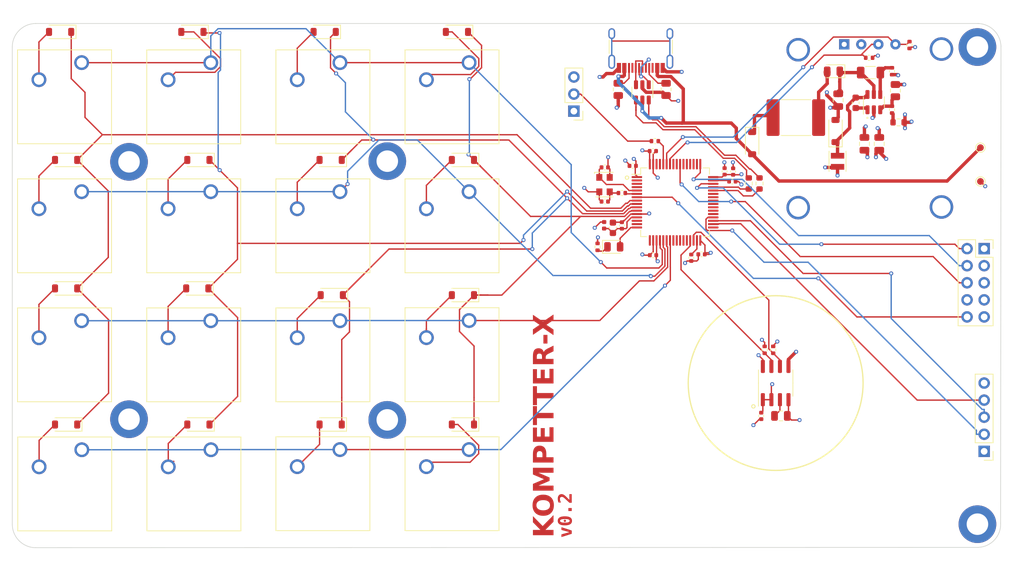
<source format=kicad_pcb>
(kicad_pcb (version 20221018) (generator pcbnew)
  (layers (0 "F.Cu" signal) (1 "In1.Cu" power) (2 "In2.Cu" power) (31 "B.Cu" signal) (34 "B.Paste" user) (35 "F.Paste" user) (36 "B.SilkS" user "B.Silkscreen") (37 "F.SilkS" user "F.Silkscreen") (38 "B.Mask" user) (39 "F.Mask" user) (44 "Edge.Cuts" user))
  (net 0 "")
  (net 1 "BUCK_SW")
  (net 2 "BUCK_BST")
  (net 3 "GND")
  (net 4 "+3V3")
  (net 5 "BUCK_IN")
  (net 6 "+3.3VA")
  (net 7 "Net-(U2-VCAP_1)")
  (net 8 "Net-(U2-VCAP_2)")
  (net 9 "HSE_IN")
  (net 10 "Net-(C16-Pad2)")
  (net 11 "Net-(U4-OUT)")
  (net 12 "Net-(D1-K)")
  (net 13 "+5V")
  (net 14 "Net-(D3-K)")
  (net 15 "LED_STATUS")
  (net 16 "KEY_COL_1")
  (net 17 "Net-(D4-A)")
  (net 18 "KEY_COL_2")
  (net 19 "Net-(D5-A)")
  (net 20 "KEY_COL_3")
  (net 21 "Net-(D6-A)")
  (net 22 "KEY_COL_4")
  (net 23 "Net-(D7-A)")
  (net 24 "Net-(D8-A)")
  (net 25 "Net-(D9-A)")
  (net 26 "Net-(D10-A)")
  (net 27 "Net-(D11-A)")
  (net 28 "Net-(D12-A)")
  (net 29 "Net-(D13-A)")
  (net 30 "Net-(D14-A)")
  (net 31 "Net-(D15-A)")
  (net 32 "Net-(D16-A)")
  (net 33 "Net-(D17-A)")
  (net 34 "Net-(D18-A)")
  (net 35 "Net-(D19-A)")
  (net 36 "I2C_1_SCL")
  (net 37 "I2C_1_SDA")
  (net 38 "SPI2_MOSI")
  (net 39 "SPI2_MISO")
  (net 40 "SPI2_SCK")
  (net 41 "SWDIO")
  (net 42 "SWCLK")
  (net 43 "SWO")
  (net 44 "NRST")
  (net 45 "Net-(J5-CC1)")
  (net 46 "USB_CONN_D-")
  (net 47 "USB_CONN_D+")
  (net 49 "Net-(J5-CC2)")
  (net 51 "BUCK_FB")
  (net 52 "BUCK_EN")
  (net 53 "Net-(R3-Pad2)")
  (net 54 "Net-(SW1-B)")
  (net 55 "BOOT0")
  (net 56 "Net-(U2-PA11)")
  (net 57 "USB_D-")
  (net 58 "Net-(U2-PA12)")
  (net 59 "USB_D+")
  (net 60 "HSE_OUT")
  (net 61 "I2C2_SCL")
  (net 62 "I2C2_SDA")
  (net 63 "KEY_ROW_1")
  (net 64 "KEY_ROW_2")
  (net 65 "KEY_ROW_3")
  (net 66 "KEY_ROW_4")
  (net 97 "Net-(F1-Pad1)")
  (net 98 "unconnected-(J5-SHIELD-PadS1)")
  (footprint "Capacitor_SMD:C_0603_1608Metric" (layer "F.Cu") (at 165.8 66.9 90)
    (fp_text reference "C12")
    (fp_text value "10n")
  )
  (footprint "Diode_SMD:D_SOD-123" (layer "F.Cu") (at 143.5048 56.798 180)
    (fp_text reference "D11")
    (fp_text value "D")
  )
  (footprint "Button_Switch_Keyboard:SW_Cherry_MX_1.00u_PCB" (layer "F.Cu") (at 106.0176 61.5224)
    (fp_text reference "SW7")
    (fp_text value "SW_Push")
  )
  (footprint "TestPoint:TestPoint_Pad_D1.0mm" (layer "F.Cu") (at 220.4466 54.9742)
    (fp_text reference "TP2")
    (fp_text value "TestPoint")
  )
  (footprint "Diode_SMD:D_SOD-123" (layer "F.Cu") (at 186.5 54.3 -90)
    (fp_text reference "D1")
    (fp_text value "B5819W" hide)
  )
  (footprint "Connector_PinHeader_2.54mm:PinHeader_1x03_P2.54mm_Vertical" (layer "F.Cu") (at 160 49.54 180)
    (fp_text reference "SW1")
    (fp_text value "SW_SPDT")
  )
  (footprint "Diode_SMD:D_SOD-123" (layer "F.Cu") (at 104.1715 56.798 180)
    (fp_text reference "D9")
    (fp_text value "D")
  )
  (footprint "Diode_SMD:D_SOD-123" (layer "F.Cu") (at 124.0048 76.914 180)
    (fp_text reference "D14")
    (fp_text value "D")
  )
  (footprint "MountingHole:MountingHole_3.2mm_M3_DIN965_Pad" (layer "F.Cu") (at 93.8576 95.3824)
    (fp_text reference "H2")
    (fp_text value "MountingHole_Pad")
  )
  (footprint "Diode_SMD:D_SOD-123" (layer "F.Cu") (at 123.8381 96.168 180)
    (fp_text reference "D18")
    (fp_text value "D")
  )
  (footprint "Button_Switch_Keyboard:SW_Cherry_MX_1.00u_PCB" (layer "F.Cu") (at 144.4224 99.9018)
    (fp_text reference "SW17")
    (fp_text value "SW_Push")
  )
  (footprint "Diode_SMD:D_SOD-123" (layer "F.Cu") (at 143.5048 96.168 180)
    (fp_text reference "D19")
    (fp_text value "D")
  )
  (footprint "Diode_SMD:D_SOD-123" (layer "F.Cu") (at 84.5048 56.798 180)
    (fp_text reference "D8")
    (fp_text value "D")
  )
  (footprint "Capacitor_SMD:C_0402_1005Metric" (layer "F.Cu") (at 164.592 57.912 180)
    (fp_text reference "C15")
    (fp_text value "12p")
  )
  (footprint "Capacitor_SMD:C_0402_1005Metric" (layer "F.Cu") (at 187.858 94.888 -90)
    (fp_text reference "C17")
    (fp_text value "100n")
  )
  (footprint "Resistor_SMD:R_0402_1005Metric" (layer "F.Cu") (at 203.9 41.6)
    (fp_text reference "R13")
    (fp_text value "2k2")
  )
  (footprint "Resistor_SMD:R_0402_1005Metric" (layer "F.Cu") (at 189.636 85.055 90)
    (fp_text reference "R16")
    (fp_text value "2k2")
  )
  (footprint "Capacitor_SMD:C_0805_2012Metric" (layer "F.Cu") (at 199.3 47.9 -90)
    (fp_text reference "C4")
    (fp_text value "10u")
  )
  (footprint "TestPoint:TestPoint_Pad_D1.0mm" (layer "F.Cu") (at 220.4466 60)
    (fp_text reference "TP5")
    (fp_text value "TestPoint")
  )
  (footprint "MountingHole:MountingHole_3.2mm_M3_DIN965_Pad" (layer "F.Cu") (at 220 40)
    (fp_text reference "H5")
    (fp_text value "MountingHole_Pad")
  )
  (footprint "Fuse:Fuse_2920_7451Metric" (layer "F.Cu") (at 193 50.5 180)
    (fp_text reference "F1")
    (fp_text value "250mA")
  )
  (footprint "Package_TO_SOT_SMD:SOT-23-6" (layer "F.Cu") (at 204.6 48.2 90)
    (fp_text reference "U1")
    (fp_text value "MP2359DJ-LF-Z" hide)
  )
  (footprint "Capacitor_SMD:C_0402_1005Metric" (layer "F.Cu") (at 183.562 60 180)
    (fp_text reference "C14")
    (fp_text value "2u2")
  )
  (footprint "Capacitor_SMD:C_0805_2012Metric" (layer "F.Cu") (at 203.2 54.4 -90)
    (fp_text reference "C2")
    (fp_text value "10u")
  )
  (footprint "Connector_PinSocket_2.54mm:PinSocket_2x05_P2.54mm_Vertical" (layer "F.Cu") (at 221 70)
    (fp_text reference "J3")
    (fp_text value "Programming")
  )
  (footprint "Capacitor_SMD:C_0805_2012Metric" (layer "F.Cu") (at 205.4 54.4 -90)
    (fp_text reference "C3")
    (fp_text value "10u")
  )
  (footprint "Button_Switch_Keyboard:SW_Cherry_MX_1.00u_PCB" (layer "F.Cu") (at 86.8152 80.7248)
    (fp_text reference "SW10")
    (fp_text value "SW_Push")
  )
  (footprint "Resistor_SMD:R_0603_1608Metric" (layer "F.Cu") (at 208.275 51.2)
    (fp_text reference "R5")
    (fp_text value "270")
  )
  (footprint "Diode_SMD:D_SOD-123" (layer "F.Cu") (at 198.9 52.5 90)
    (fp_text reference "D2")
    (fp_text value "B5819W")
  )
  (footprint "Button_Switch_Keyboard:SW_Cherry_MX_1.00u_PCB" (layer "F.Cu") (at 86.8406 99.9272)
    (fp_text reference "SW14")
    (fp_text value "SW_Push")
  )
  (footprint "Package_SO:SOIC-8_3.9x4.9mm_P1.27mm" (layer "F.Cu") (at 190 90 90)
    (fp_text reference "U4")
    (fp_text value "AS5600")
  )
  (footprint "Capacitor_SMD:C_0402_1005Metric" (layer "F.Cu") (at 171.74 55.48)
    (fp_text reference "C9")
    (fp_text value "100n")
  )
  (footprint "Diode_SMD:D_SOD-123" (layer "F.Cu") (at 103.2815 37.748 180)
    (fp_text reference "D5")
    (fp_text value "D")
  )
  (footprint "Resistor_SMD:R_0603_1608Metric" (layer "F.Cu") (at 186 60.3 90)
    (fp_text reference "R9")
    (fp_text value "20")
  )
  (footprint "Diode_SMD:D_SOD-123" (layer "F.Cu") (at 142.6148 37.748 180)
    (fp_text reference "D7")
    (fp_text value "D")
  )
  (footprint "Diode_SMD:D_SOD-123" (layer "F.Cu") (at 83.6148 37.748 180)
    (fp_text reference "D4")
    (fp_text value "D")
  )
  (footprint "Button_Switch_Keyboard:SW_Cherry_MX_1.00u_PCB" (layer "F.Cu") (at 144.4224 42.32)
    (fp_text reference "SW5")
    (fp_text value "SW_Push")
  )
  (footprint "Button_Switch_Keyboard:SW_Cherry_MX_1.00u_PCB" (layer "F.Cu") (at 106.0176 42.3262)
    (fp_text reference "SW3")
    (fp_text value "SW_Push")
  )
  (footprint "Button_Switch_Keyboard:SW_Cherry_MX_1.00u_PCB" (layer "F.Cu") (at 125.22 61.5224)
    (fp_text reference "SW8")
    (fp_text value "SW_Push")
  )
  (footprint "MountingHole:MountingHole_3.2mm_M3_DIN965_Pad" (layer "F.Cu") (at 220 111)
    (fp_text reference "H6")
    (fp_text value "MountingHole_Pad")
  )
  (footprint "Button_Switch_Keyboard:SW_Cherry_MX_1.00u_PCB" (layer "F.Cu") (at 86.8152 42.32)
    (fp_text reference "SW2")
    (fp_text value "SW_Push")
  )
  (footprint "Button_Switch_Keyboard:SW_Cherry_MX_1.00u_PCB" (layer "F.Cu") (at 125.22 42.32)
    (fp_text reference "SW4")
    (fp_text value "SW_Push")
  )
  (footprint "Capacitor_SMD:C_0402_1005Metric" (layer "F.Cu") (at 167.132 66.548 90)
    (fp_text reference "C11")
    (fp_text value "1u")
  )
  (footprint "Diode_SMD:D_SOD-123" (layer "F.Cu") (at 104.0048 75.914 180)
    (fp_text reference "D13")
    (fp_text value "D")
  )
  (footprint "Diode_SMD:D_SOD-123" (layer "F.Cu") (at 122.9481 37.748 180)
    (fp_text reference "D6")
    (fp_text value "D")
  )
  (footprint "Capacitor_SMD:C_0402_1005Metric" (layer "F.Cu") (at 171.768 70.974 180)
    (fp_text reference "C6")
    (fp_text value "100n")
  )
  (footprint "Connector_USB:USB_C_Receptacle_HRO_TYPE-C-31-M-12" (layer "F.Cu") (at 169.95 39.055 180)
    (fp_text reference "J5")
    (fp_text value "USB_C_Receptacle_USB2.0")
  )
  (footprint "Button_Switch_Keyboard:SW_Cherry_MX_1.00u_PCB" (layer "F.Cu") (at 106.0176 80.7248)
    (fp_text reference "SW11")
    (fp_text value "SW_Push")
  )
  (footprint "Capacitor_SMD:C_0402_1005Metric" (layer "F.Cu") (at 183.678 58.528 90)
    (fp_text reference "C5")
    (fp_text value "4u7")
  )
  (footprint "Capacitor_SMD:C_0402_1005Metric" (layer "F.Cu") (at 177.455 71.355 90)
    (fp_text reference "C13")
    (fp_text value "2u2")
  )
  (footprint "Diode_SMD:D_SOD-123" (layer "F.Cu") (at 104.1715 96.168 180)
    (fp_text reference "D17")
    (fp_text value "D")
  )
  (footprint "Diode_SMD:D_SOD-123" (layer "F.Cu") (at 84.5048 96.168 180)
    (fp_text reference "D16")
    (fp_text value "D")
  )
  (footprint "Capacitor_SMD:C_0402_1005Metric" (layer "F.Cu") (at 182.408 58.5 90)
    (fp_text reference "C8")
    (fp_text value "100n")
  )
  (footprint "Diode_SMD:D_SOD-123" (layer "F.Cu") (at 123.8381 56.798 180)
    (fp_text reference "D10")
    (fp_text value "D")
  )
  (footprint "Button_Switch_Keyboard:SW_Cherry_MX_1.00u_PCB" (layer "F.Cu") (at 144.4224 61.5224)
    (fp_text reference "SW9")
    (fp_text value "SW_Push")
  )
  (footprint "Capacitor_SMD:C_0402_1005Metric" (layer "F.Cu") (at 168.749 57.684 180)
    (fp_text reference "C10")
    (fp_text value "100n")
  )
  (footprint "Diode_SMD:D_0805_2012Metric" (layer "F.Cu") (at 198.6 43.6 180)
    (fp_text reference "FB1")
    (fp_text value "600 @ 600MHz" hide)
  )
  (footprint "Capacitor_SMD:C_0603_1608Metric" (layer "F.Cu") (at 201.9 48.3 -90)
    (fp_text reference "C1")
    (fp_text value "10n")
  )
  (footprint "Connector_PinHeader_2.54mm:PinHeader_1x05_P2.54mm_Vertical" (layer "F.Cu") (at 221 100.16 180)
    (fp_text reference "J2")
    (fp_text value "SPI2_01x05")
  )
  (footprint "Capacitor_SMD:C_0805_2012Metric" (layer "F.Cu") (at 190.779 94.888)
    (fp_text reference "C18")
    (fp_text value "10u")
  )
  (footprint "Resistor_SMD:R_1206_3216Metric" (layer "F.Cu") (at 204.1 43.8)
    (fp_text reference "R2")
    (fp_text value "100k")
  )
  (footprint "Resistor_SMD:R_0402_1005Metric" (layer "F.Cu") (at 209.9 39.7 -90)
    (fp_text reference "R14")
    (fp_text value "2k2")
  )
  (footprint "Resistor_SMD:R_0603_1608Metric" (layer "F.Cu") (at 187.6 60.3 90)
    (fp_text reference "R8")
    (fp_text value "20")
  )
  (footprint "Button_Switch_Keyboard:SW_Cherry_MX_1.00u_PCB" (layer "F.Cu") (at 86.8152 61.5224)
    (fp_text reference "SW6")
    (fp_text value "SW_Push")
  )
  (footprint "Capacitor_SMD:C_0402_1005Metric" (layer "F.Cu") (at 178.979 70.847 180)
    (fp_text reference "C7")
    (fp_text value "100n")
  )
  (footprint "Diode_SMD:D_SOD-123" (layer "F.Cu") (at 84.5048 75.914 180)
    (fp_text reference "D12")
    (fp_text value "D")
  )
  (footprint "Bussinesscard:GM009606v42" (layer "F.Cu") (at 203.65 38.6)
    (fp_text reference "J1")
    (fp_text value "OLED_01x04")
  )
  (footprint "Button_Switch_Keyboard:SW_Cherry_MX_1.00u_PCB" (layer "F.Cu") (at 106.043 99.9272)
    (fp_text reference "SW15")
    (fp_text value "SW_Push")
  )
  (footprint "Button_Switch_Keyboard:SW_Cherry_MX_1.00u_PCB" (layer "F.Cu") (at 144.4224 80.6994)
    (fp_text reference "SW13")
    (fp_text value "SW_Push")
  )
  (footprint "Package_TO_SOT_SMD:SOT-23-6" (layer "F.Cu") (at 170.1825 46.744 -90)
    (fp_text reference "U3")
    (fp_text value "USBLC6-2SC6")
  )
  (footprint "Package_QFP:LQFP-64_10x10mm_P0.5mm" (layer "F.Cu") (at 175.042 63.1)
    (fp_text reference "U2")
    (fp_text value "STM32F405RGT6")
  )
  (footprint "LED_SMD:LED_0805_2012Metric" (layer "F.Cu") (at 165.9332 69.732)
    (fp_text reference "D3")
    (fp_text value "LED_Small")
  )
  (footprint "Resistor_SMD:R_0402_1005Metric" (layer "F.Cu") (at 188.366 85.055 90)
    (fp_text reference "R15")
    (fp_text value "2k2")
  )
  (footprint "Resistor_SMD:R_0805_2012Metric" (layer "F.Cu") (at 166.5965 46.299 90)
    (fp_text reference "R12")
    (fp_text value "5k1")
  )
  (footprint "Inductor_SMD:L_0402_1005Metric" (layer "F.Cu") (at 164.5 66.525 -90)
    (fp_text reference "L2")
    (fp_text value "39n")
  )
  (footprint "Resistor_SMD:R_0402_1005Metric" (layer "F.Cu") (at 207.3 43.6 -90)
    (fp_text reference "R4")
    (fp_text value "68k")
  )
  (footprint "Resistor_SMD:R_0805_2012Metric" (layer "F.Cu") (at 173.7085 46.299 90)
    (fp_text reference "R11")
    (fp_text value "5k1")
  )
  (footprint "Button_Switch_Keyboard:SW_Cherry_MX_1.00u_PCB" (layer "F.Cu") (at 125.22 99.9018)
    (fp_text reference "SW16")
    (fp_text value "SW_Push")
  )
  (footprint "Resistor_SMD:R_0805_2012Metric" (layer "F.Cu") (at 207.8 46.4875 -90)
    (fp_text reference "R1")
    (fp_text value "47k" hide)
  )
  (footprint "MountingHole:MountingHole_3.2mm_M3_DIN965_Pad" (layer "F.Cu") (at 132.2576 56.9824)
    (fp_text reference "H4")
    (fp_text value "MountingHole_Pad")
  )
  (footprint "Button_Switch_Keyboard:SW_Cherry_MX_1.00u_PCB" (layer "F.Cu") (at 125.22 80.7248)
    (fp_text reference "SW12")
    (fp_text value "SW_Push")
  )
  (footprint "Resistor_SMD:R_0402_1005Metric" (layer "F.Cu") (at 167.132 61.722)
    (fp_text reference "R10")
    (fp_text value "47")
  )
  (footprint "Resistor_SMD:R_0402_1005Metric" (layer "F.Cu") (at 207.3 49.31 -90)
    (fp_text reference "R3")
    (fp_text value "15k")
  )
  (footprint "Resistor_SMD:R_0402_1005Metric" (layer "F.Cu") (at 163.5202 69.732 -90)
    (fp_text reference "R6")
    (fp_text value "1k5")
  )
  (footprint "Resistor_SMD:R_0402_1005Metric" (layer "F.Cu") (at 172.042 54)
    (fp_text reference "R7")
    (fp_text value "10k")
  )
  (footprint "MountingHole:MountingHole_3.2mm_M3_DIN965_Pad" (layer "F.Cu") (at 93.8576 57.0824)
    (fp_text reference "H3")
    (fp_text value "MountingHole_Pad")
  )
  (footprint "Capacitor_SMD:C_0402_1005Metric" (layer "F.Cu") (at 164.592 62.992)
    (fp_text reference "C16")
    (fp_text value "12p")
  )
  (footprint "MountingHole:MountingHole_3.2mm_M3_DIN965_Pad" (layer "F.Cu") (at 132.2576 95.4824)
    (fp_text reference "H1")
    (fp_text value "MountingHole_Pad")
  )
  (footprint "Oscillator:Oscillator_SMD_EuroQuartz_XO32-4Pin_3.2x2.5mm" (layer "F.Cu") (at 164.553 60.471)
    (fp_text reference "Y1")
    (fp_text value "16MHz")
  )
  (footprint "Inductor_SMD:L_Sunlord_SWPA252010S" (layer "F.Cu") (at 199.2 57 -90)
    (fp_text reference "L1")
    (fp_text value "10u")
  )
  (footprint "Diode_SMD:D_SOD-123" (layer "F.Cu") (at 143.5048 76.914 180)
    (fp_text reference "D15")
    (fp_text value "D")
  )
  (gr_circle (center 167.894 59.436) (end 168.148 59.436) (stroke (width 0.15)) (fill none) (layer "F.SilkS"))
  (gr_circle (center 190 90) (end 203 90) (stroke (width 0.2)) (fill none) (layer "F.SilkS"))
  (gr_circle (center 186.69 93.472) (end 186.944 93.472) (stroke (width 0.15)) (fill none) (layer "F.SilkS"))
  (gr_circle (center 203.638 50.546) (end 203.638 50.546) (stroke (width 0.15)) (fill none) (layer "F.SilkS"))
  (gr_arc (start 80 114.5) (mid 77.525126 113.474874) (end 76.5 111) (stroke (width 0.1)) (layer "Edge.Cuts"))
  (gr_line (start 223.499608 39.887109) (end 223.449654 110.888721) (stroke (width 0.1)) (layer "Edge.Cuts"))
  (gr_arc (start 223.449654 110.888721) (mid 222.514098 113.364701) (end 220.1 114.449999) (stroke (width 0.1)) (layer "Edge.Cuts"))
  (gr_line (start 220.1 114.45) (end 80 114.5) (stroke (width 0.1)) (layer "Edge.Cuts"))
  (gr_line (start 80 36.5) (end 220.1 36.5) (stroke (width 0.1)) (layer "Edge.Cuts"))
  (gr_arc (start 76.5 40) (mid 77.525126 37.525126) (end 80 36.5) (stroke (width 0.1)) (layer "Edge.Cuts"))
  (gr_line (start 76.5 111) (end 76.5 40) (stroke (width 0.1)) (layer "Edge.Cuts"))
  (gr_arc (start 220.1 36.5) (mid 222.47132 37.519561) (end 223.499608 39.887109) (stroke (width 0.1)) (layer "Edge.Cuts"))
  (gr_text "KOMPETTER-X\n" (at 157.48 113.03 90) (layer "F.Cu") (effects (font (size 3 3) (thickness 0.3) bold) (justify left bottom)))
  (gr_text "v0.2" (at 160.02 113.03 90) (layer "F.Cu") (effects (font (size 2 2) (thickness 0.3) bold) (justify left bottom)))
  (segment (start 201 52.05) (end 201 49.6046) (width 0.5) (layer "F.Cu") (net 1))
  (segment (start 201 49.6046) (end 200.7 49.3046) (width 0.5) (layer "F.Cu") (net 1))
  (segment (start 199.2 54.45) (end 198.9 54.15) (width 0.5) (layer "F.Cu") (net 1))
  (segment (start 198.9 54.15) (end 201 52.05) (width 0.5) (layer "F.Cu") (net 1))
  (segment (start 200.7 49.3046) (end 200.7 48.725) (width 0.5) (layer "F.Cu") (net 1))
  (segment (start 200.7 48.725) (end 201.9 47.525) (width 0.5) (layer "F.Cu") (net 1))
  (segment (start 199.2 56.175) (end 199.2 54.45) (width 0.5) (layer "F.Cu") (net 1))
  (segment (start 203.188 47.525) (end 203.65 47.0625) (width 0.5) (layer "F.Cu") (net 1))
  (segment (start 201.9 47.525) (end 203.188 47.525) (width 0.5) (layer "F.Cu") (net 1))
  (segment (start 203.388 49.075) (end 203.65 49.3375) (width 0.5) (layer "F.Cu") (net 2))
  (segment (start 201.9 49.075) (end 203.388 49.075) (width 0.5) (layer "F.Cu") (net 2))
  (segment (start 165.072 56.416) (end 165.1 56.388) (width 0.2) (layer "F.Cu") (net 3))
  (segment (start 173.788 43.688) (end 176.022 43.688) (width 0.5) (layer "F.Cu") (net 3))
  (segment (start 170.751 46.736) (end 173.233 46.736) (width 0.5) (layer "F.Cu") (net 3))
  (segment (start 171.288 70.974) (end 170.288 70.974) (width 0.2) (layer "F.Cu") (net 3))
  (segment (start 209.226 50.038) (end 209.226 51.074) (width 0.5) (layer "F.Cu") (net 3))
  (segment (start 170.288 70.974) (end 170.18 70.866) (width 0.2) (layer "F.Cu") (net 3))
  (segment (start 166.596 47.6072) (end 166.596 47.6067) (width 0.2) (layer "F.Cu") (net 3))
  (segment (start 209.226 51.326) (end 209.1 51.2) (width 0.5) (layer "F.Cu") (net 3))
  (segment (start 178.273 71.835) (end 177.455 71.835) (width 0.2) (layer "F.Cu") (net 3))
  (segment (start 170.182 45.8865) (end 170.182 45.887) (width 0.5) (layer "F.Cu") (net 3))
  (segment (start 165.072 57.912) (end 165.072 56.416) (width 0.2) (layer "F.Cu") (net 3))
  (segment (start 166.596 47.4091) (end 166.596 47.6067) (width 0.5) (layer "F.Cu") (net 3))
  (segment (start 171.792 58.762) (end 172.466 59.436) (width 0.2) (layer "F.Cu") (net 3))
  (segment (start 163.778 62.686) (end 163.778 61.546) (width 0.2) (layer "F.Cu") (net 3))
  (segment (start 171.792 55.908) (end 172.22 55.48) (width 0.2) (layer "F.Cu") (net 3))
  (segment (start 166.596 47.4091) (end 166.596 47.2115) (width 0.2) (layer "F.Cu") (net 3))
  (segment (start 173.233 46.736) (end 173.708 47.2115) (width 0.5) (layer "F.Cu") (net 3))
  (segment (start 197.612 47.162) (end 197.612 46.736) (width 0.5) (layer "F.Cu") (net 3))
  (segment (start 188.095 87.525) (end 188.095 86.495) (width 0.2) (layer "F.Cu") (net 3))
  (segment (start 166.596 47.2115) (end 166.596 47.4091) (width 0.5) (layer "F.Cu") (net 3))
  (segment (start 166.596 47.6067) (end 166.596 47.4091) (width 0.2) (layer "F.Cu") (net 3))
  (segment (start 163.5202 68.8021) (end 163.5202 69.222) (width 0.2) (layer "F.Cu") (net 3))
  (segment (start 165.072 57.912) (end 165.1 57.912) (width 0.2) (layer "F.Cu") (net 3))
  (segment (start 220.801 60.3545) (end 220.447 60) (width 0.2) (layer "F.Cu") (net 3))
  (segment (start 164.112 62.992) (end 164.084 62.992) (width 0.2) (layer "F.Cu") (net 3))
  (segment (start 166.596 48.0035) (end 166.596 48.003) (width 0.2) (layer "F.Cu") (net 3))
  (segment (start 170.182 45.6762) (end 170.182 45.6065) (width 0.2) (layer "F.Cu") (net 3))
  (segment (start 220.802 60.3545) (end 220.801 60.3545) (width 0.2) (layer "F.Cu") (net 3))
  (segment (start 166.596 47.6067) (end 166.596 47.4091) (width 0.2) (layer "F.Cu") (net 3))
  (segment (start 191.905 92.475) (end 191.905 94.712) (width 0.2) (layer "F.Cu") (net 3))
  (segment (start 165.857 66.068) (end 165.8 66.125) (width 0.2) (layer "F.Cu") (net 3))
  (segment (start 166.596 48.003) (end 166.596 48.0035) (width 0.5) (layer "F.Cu") (net 3))
  (segment (start 166.596 48.0035) (end 166.596 48.7955) (width 0.5) (layer "F.Cu") (net 3))
  (segment (start 166.5965 47.4086) (end 166.5965 47.2115) (width 0.2) (layer "F.Cu") (net 3))
  (segment (start 171.116 64.85) (end 171.196 64.77) (width 0.2) (layer "F.Cu") (net 3))
  (segment (start 166.596 47.4091) (end 166.596 47.2115) (width 0.2) (layer "F.Cu") (net 3))
  (segment (start 163.52 68.8019) (end 163.5202 68.8021) (width 0.2) (layer "F.Cu") (net 3))
  (segment (start 171.792 70.47) (end 171.288 70.974) (width 0.2) (layer "F.Cu") (net 3))
  (segment (start 167.132 66.068) (end 165.857 66.068) (width 0.2) (layer "F.Cu") (net 3))
  (segment (start 165.354 58.674) (end 165.328 58.7) (width 0.2) (layer "F.Cu") (net 3))
  (segment (start 203.2 53.45) (end 203.2 52) (width 0.5) (layer "F.Cu") (net 3))
  (segment (start 166.596 47.6072) (end 166.596 48.003) (width 0.5) (layer "F.Cu") (net 3))
  (segment (start 204.6 50.346) (end 204.4 50.546) (width 0.5) (layer "F.Cu") (net 3))
  (segment (start 163.52 68.8019) (end 163.52 69.222) (width 0.2) (layer "F.Cu") (net 3))
  (segment (start 170.182 45.7465) (end 170.182 45.746) (width 0.2) (layer "F.Cu") (net 3))
  (segment (start 168.463 64.85) (end 169.367 64.85) (width 0.2) (layer "F.Cu") (net 3))
  (segment (start 166.596 47.4091) (end 166.5965 47.4086) (width 0.2) (layer "F.Cu") (net 3))
  (segment (start 182.408 58.02) (end 182.408 57.186) (width 0.2) (layer "F.Cu") (net 3))
  (segment (start 170.182 45.7465) (end 170.182 45.8865) (width 0.5) (layer "F.Cu") (net 3))
  (segment (start 220.447 60) (end 220.802 60.3545) (width 0.2) (layer "F.Cu") (net 3))
  (segment (start 177.455 71.835) (end 176.831 71.835) (width 0.2) (layer "F.Cu") (net 3))
  (segment (start 174.503 48.006) (end 175.514 48.006) (width 0.2) (layer "F.Cu") (net 3))
  (segment (start 176.831 71.835) (end 176.53 72.136) (width 0.2) (layer "F.Cu") (net 3))
  (segment (start 165.354 58.166) (end 165.354 58.674) (width 0.2) (layer "F.Cu") (net 3))
  (segment (start 188.095 86.495) (end 187.452 85.852) (width 0.2) (layer "F.Cu") (net 3))
  (segment (start 170.182 45.887) (end 170.182 46.1675) (width 0.5) (layer "F.Cu") (net 3))
  (segment (start 210.2 51.1) (end 210.1 51.2) (width 0.5) (layer "F.Cu") (net 3))
  (segment (start 168.269 57.684) (end 168.269 57.525) (width 0.2) (layer "F.Cu") (net 3))
  (segment (start 203.2 52) (end 203.384 51.816) (width 0.5) (layer "F.Cu") (net 3))
  (segment (start 204.6 49.3375) (end 204.6 50.346) (width 0.5) (layer "F.Cu") (net 3))
  (segment (start 170.182 45.6762) (end 170.182 45.746) (width 0.5) (layer "F.Cu") (net 3))
  (segment (start 210.1 51.2) (end 209.15 51.2) (width 0.5) (layer "F.Cu") (net 3))
  (segment (start 182.408 57.186) (end 182.372 57.15) (width 0.2) (layer "F.Cu") (net 3))
  (segment (start 187.858 95.368) (end 187.588 95.368) (width 0.2) (layer "F.Cu") (net 3))
  (segment (start 166.596 47.6067) (end 166.596 47.6072) (width 0.5) (layer "F.Cu") (net 3))
  (segment (start 184.042 60) (end 184.46 60) (width 0.2) (layer "F.Cu") (net 3))
  (segment (start 187.588 95.368) (end 186.69 96.266) (width 0.2) (layer "F.Cu") (net 3))
  (segment (start 165.858 43.942) (end 164.846 43.942) (width 0.5) (layer "F.Cu") (net 3))
  (segment (start 171.792 57.425) (end 171.792 55.908) (width 0.2) (layer "F.Cu") (net 3))
  (segment (start 191.905 86.479) (end 193.04 85.344) (width 0.5) (layer "F.Cu") (net 3))
  (segment (start 163.52 68.3818) (end 163.52 68.8019) (width 0.2) (layer "F.Cu") (net 3))
  (segment (start 166.596 48.7955) (end 166.37 49.022) (width 0.5) (layer "F.Cu") (net 3))
  (segment (start 192.345 95.504) (end 193.548 95.504) (width 0.2) (layer "F.Cu") (net 3))
  (segment (start 171.792 68.775) (end 171.792 70.47) (width 0.2) (layer "F.Cu") (net 3))
  (segment (start 166.596 47.6072) (end 166.596 47.6067) (width 0.2) (layer "F.Cu") (net 3))
  (segment (start 199.3 48.85) (end 199.3 50.45) (width 0.5) (layer "F.Cu") (net 3))
  (segment (start 169.367 64.85) (end 171.116 64.85) (width 0.2) (layer "F.Cu") (net 3))
  (segment (start 167.356 65.8435) (end 167.132 66.068) (width 0.2) (layer "F.Cu") (net 3))
  (segment (start 170.182 45.6065) (end 170.182 45.6762) (width 0.5) (layer "F.Cu") (net 3))
  (segment (start 170.182 45.6762) (end 170.1825 45.6757) (width 0.2) (layer "F.Cu") (net 3))
  (segment (start 170.182 46.1675) (end 170.751 46.736) (width 0.5) (layer "F.Cu") (net 3))
  (segment (start 165.328 58.7) (end 165.328 59.396) (width 0.2) (layer "F.Cu") (net 3))
  (segment (start 199.128 49.022) (end 199.3 48.85) (width 0.5) (layer "F.Cu") (net 3))
  (segment (start 221.156 60.7091) (end 220.802 60.3545) (width 0.2) (layer "F.Cu") (net 3))
  (segment (start 170.182 45.6762) (end 170.182 45.6065) (width 0.2) (layer "F.Cu") (net 3))
  (segment (start 170.182 45.7465) (end 170.182 45.746) (width 0.2) (layer "F.Cu") (net 3))
  (segment (start 166.596 48.003) (end 166.596 47.6072) (width 0.2) (layer "F.Cu") (net 3))
  (segment (start 164.084 62.992) (end 163.778 62.686) (width 0.2) (layer "F.Cu") (net 3))
  (segment (start 165.1 57.912) (end 165.354 58.166) (width 0.2) (layer "F.Cu") (net 3))
  (segment (start 171.792 57.425) (end 171.792 58.762) (width 0.2) (layer "F.Cu") (net 3))
  (segment (start 173.708 47.2115) (end 174.503 48.006) (width 0.2) (layer "F.Cu") (net 3))
  (segment (start 167.47 65.8435) (end 168.463 64.85) (width 0.2) (layer "F.Cu") (net 3))
  (segment (start 208.124 44.11) (end 208.21 44.196) (width 0.5) (layer "F.Cu") (net 3))
  (segment (start 166.7 43.1) (end 165.858 43.942) (width 0.5) (layer "F.Cu") (net 3))
  (segment (start 163.778 61.546) (end 162.13 61.546) (width 0.2) (layer "F.Cu") (net 3))
  (segment (start 207.3 44.11) (end 208.124 44.11) (width 0.5) (layer "F.Cu") (net 3))
  (segment (start 205.4 53.45) (end 205.4 52.308) (width 0.5) (layer "F.Cu") (net 3))
  (segment (start 198.12 49.022) (end 199.128 49.022) (width 0.5) (layer "F.Cu") (net 3))
  (segment (start 183.678 58.048) (end 183.678 57.186) (width 0.2) (layer "F.Cu") (net 3))
  (segment (start 191.905 94.712) (end 191.729 94.888) (width 0.2) (layer "F.Cu") (net 3))
  (segment (start 170.182 45.8865) (end 170.182 45.7465) (width 0.2) (layer "F.Cu") (net 3))
  (segment (start 199.3 50.45) (end 198.9 50.85) (width 0.5) (layer "F.Cu") (net 3))
  (segment (start 164.338 44.45) (end 163.83 44.45) (width 0.5) (layer "F.Cu") (net 3))
  (segment (start 191.905 87.525) (end 191.905 86.479) (width 0.5) (layer "F.Cu") (net 3))
  (segment (start 199.3 48.85) (end 197.612 47.162) (width 0.5) (layer "F.Cu") (net 3))
  (segment (start 178.499 70.847) (end 178.499 71.609) (width 0.2) (layer "F.Cu") (net 3))
  (segment (start 164.846 43.942) (end 164.338 44.45) (width 0.5) (layer "F.Cu") (net 3))
  (segment (start 183.678 57.186) (end 183.642 57.15) (width 0.2) (layer "F.Cu") (net 3))
  (segment (start 170.182 45.746) (end 170.182 45.6762) (width 0.2) (layer "F.Cu") (net 3))
  (segment (start 209.226 52.07) (end 209.226 51.326) (width 0.5) (layer "F.Cu") (net 3))
  (segment (start 162.13 61.546) (end 161.544 60.96) (width 0.2) (layer "F.Cu") (net 3))
  (segment (start 173.2 43.1) (end 173.788 43.688) (width 0.5) (layer "F.Cu") (net 3))
  (segment (start 191.729 94.888) (end 192.345 95.504) (width 0.2) (layer "F.Cu") (net 3))
  (segment (start 205.4 52.308) (end 205.162 52.07) (width 0.5) (layer "F.Cu") (net 3))
  (segment (start 163.576 68.326) (end 163.52 68.3818) (width 0.2) (layer "F.Cu") (net 3))
  (segment (start 168.269 57.525) (end 167.64 56.896) (width 0.2) (layer "F.Cu") (net 3))
  (segment (start 170.182 45.746) (end 170.182 45.7465) (width 0.5) (layer "F.Cu") (net 3))
  (segment (start 209.226 51.074) (end 209.1 51.2) (width 0.5) (layer "F.Cu") (net 3))
  (segment (start 170.182 45.887) (end 170.182 45.8865) (width 0.2) (layer "F.Cu") (net 3))
  (segment (start 167.47 65.8435) (end 167.356 65.8435) (width 0.2) (layer "F.Cu") (net 3))
  (segment (start 170.1825 45.6757) (end 170.1825 45.6065) (width 0.2) (layer "F.Cu") (net 3))
  (segment (start 184.46 60) (end 184.912 60.452) (width 0.2) (layer "F.Cu") (net 3))
  (segment (start 178.499 71.609) (end 178.273 71.835) (width 0.2) (layer "F.Cu") (net 3))
  (segment (start 167.245 66.068) (end 167.47 65.8435) (width 0.2) (layer "F.Cu") (net 3))
  (segment (start 170.182 45.746) (end 170.182 45.6762) (width 0.2) (layer "F.Cu") (net 3))
  (via (at 163.576 68.326) (size 0.6) (drill 0.3) (layers "F.Cu" "B.Cu") (net 3))
  (via (at 198.12 49.022) (size 0.6) (drill 0.3) (layers "F.Cu" "B.Cu") (net 3))
  (via (at 193.04 85.344) (size 0.6) (drill 0.3) (layers "F.Cu" "B.Cu") (net 3))
  (via (at 166.37 49.022) (size 0.6) (drill 0.3) (layers "F.Cu" "B.Cu") (net 3))
  (via (at 210.2 51.1) (size 0.6) (drill 0.3) (layers "F.Cu" "B.Cu") (net 3))
  (via (at 209.226 52.07) (size 0.6) (drill 0.3) (layers "F.Cu" "B.Cu") (net 3))
  (via (at 203.384 51.816) (size 0.6) (drill 0.3) (layers "F.Cu" "B.Cu") (net 3))
  (via (at 183.642 57.15) (size 0.6) (drill 0.3) (layers "F.Cu" "B.Cu") (net 3))
  (via (at 193.548 95.504) (size 0.6) (drill 0.3) (layers "F.Cu" "B.Cu") (net 3))
  (via (at 167.64 56.896) (size 0.6) (drill 0.3) (layers "F.Cu" "B.Cu") (net 3))
  (via (at 170.18 70.866) (size 0.6) (drill 0.3) (layers "F.Cu" "B.Cu") (net 3))
  (via (at 186.69 96.266) (size 0.6) (drill 0.3) (layers "F.Cu" "B.Cu") (net 3))
  (via (at 208.21 44.196) (size 0.6) (drill 0.3) (layers "F.Cu" "B.Cu") (net 3))
  (via (at 204.4 50.546) (size 0.6) (drill 0.3) (layers "F.Cu" "B.Cu") (net 3))
  (via (at 184.912 60.452) (size 0.6) (drill 0.3) (layers "F.Cu" "B.Cu") (net 3))
  (via (at 182.372 57.15) (size 0.6) (drill 0.3) (layers "F.Cu" "B.Cu") (net 3))
  (via (at 171.196 64.77) (size 0.6) (drill 0.3) (layers "F.Cu" "B.Cu") (net 3))
  (via (at 187.452 85.852) (size 0.6) (drill 0.3) (layers "F.Cu" "B.Cu") (net 3))
  (via (at 175.514 48.006) (size 0.6) (drill 0.3) (layers "F.Cu" "B.Cu") (net 3))
  (via (at 197.612 46.736) (size 0.6) (drill 0.3) (layers "F.Cu" "B.Cu") (net 3))
  (via (at 165.1 56.388) (size 0.6) (drill 0.3) (layers "F.Cu" "B.Cu") (net 3))
  (via (at 205.162 52.07) (size 0.6) (drill 0.3) (layers "F.Cu" "B.Cu") (net 3))
  (via (at 163.83 44.45) (size 0.6) (drill 0.3) (layers "F.Cu" "B.Cu") (net 3))
  (via (at 176.53 72.136) (size 0.6) (drill 0.3) (layers "F.Cu" "B.Cu") (net 3))
  (via (at 221.156 60.7091) (size 0.6) (drill 0.3) (layers "F.Cu" "B.Cu") (net 3))
  (via (at 161.544 60.96) (size 0.6) (drill 0.3) (layers "F.Cu" "B.Cu") (net 3))
  (via (at 209.226 50.038) (size 0.6) (drill 0.3) (layers "F.Cu" "B.Cu") (net 3))
  (via (at 172.466 59.436) (size 0.6) (drill 0.3) (layers "F.Cu" "B.Cu") (net 3))
  (via (at 176.022 43.688) (size 0.6) (drill 0.3) (layers "F.Cu" "B.Cu") (net 3))
  (segment (start 170.288 55.48) (end 170.18 55.372) (width 0.2) (layer "F.Cu") (net 4))
  (segment (start 189.365 90.289) (end 189.484 90.17) (width 0.2) (layer "F.Cu") (net 4))
  (segment (start 210.7342 40.0095) (end 210.1005 40.0095) (width 0.2) (layer "F.Cu") (net 4))
  (segment (start 172.248 70.974) (end 172.248 71.664) (width 0.2) (layer "F.Cu") (net 4))
  (segment (start 204.7328 41.2772) (end 204.41 41.6) (width 0.2) (layer "F.Cu") (net 4))
  (segment (start 203.638 56.388) (end 203.638 55.788) (width 0.5) (layer "F.Cu") (net 4))
  (segment (start 204.908 55.842) (end 205.4 55.35) (width 0.5) (layer "F.Cu") (net 4))
  (segment (start 189.636 84.545) (end 189.636 84.43) (width 0.2) (layer "F.Cu") (net 4))
  (segment (start 179.487 69.47) (end 178.792 68.775) (width 0.2) (layer "F.Cu") (net 4))
  (segment (start 180.717 59.35) (end 182.038 59.35) (width 0.2) (layer "F.Cu") (net 4))
  (segment (start 171.26 55.48) (end 171.26 57.393) (width 0.2) (layer "F.Cu") (net 4))
  (segment (start 188.366 83.972) (end 187.96 83.566) (width 0.2) (layer "F.Cu") (net 4))
  (segment (start 169.367 59.35) (end 169.367 59.203) (width 0.2) (layer "F.Cu") (net 4))
  (segment (start 169.229 56.961) (end 168.91 56.642) (width 0.2) (layer "F.Cu") (net 4))
  (segment (start 172.248 71.664) (end 172.466 71.882) (width 0.2) (layer "F.Cu") (net 4))
  (segment (start 210.1005 40.0095) (end 209.9 40.21) (width 0.2) (layer "F.Cu") (net 4))
  (segment (start 180.105 70.847) (end 180.34 70.612) (width 0.2) (layer "F.Cu") (net 4))
  (segment (start 169.367 59.203) (end 169.129 58.965) (width 0.2) (layer "F.Cu") (net 4))
  (segment (start 205.4 55.35) (end 205.4 55.61) (width 0.5) (layer "F.Cu") (net 4))
  (segment (start 172.248 70.974) (end 172.292 70.93) (width 0.2) (layer "F.Cu") (net 4))
  (segment (start 182.408 58.98) (end 183.65 58.98) (width 0.2) (layer "F.Cu") (net 4))
  (segment (start 179.459 70.847) (end 180.105 70.847) (width 0.2) (layer "F.Cu") (net 4))
  (segment (start 169.129 57.784) (end 169.229 57.684) (width 0.2) (layer "F.Cu") (net 4))
  (segment (start 205.4 55.61) (end 206.432 56.642) (width 0.5) (layer "F.Cu") (net 4))
  (segment (start 203.638 55.788) (end 203.2 55.35) (width 0.5) (layer "F.Cu") (net 4))
  (segment (start 188.095 92.475) (end 189.365 92.475) (width 0.2) (layer "F.Cu") (net 4))
  (segment (start 171.26 57.393) (end 171.292 57.425) (width 0.2) (layer "F.Cu") (net 4))
  (segment (start 169.129 58.965) (end 169.129 57.784) (width 0.2) (layer "F.Cu") (net 4))
  (segment (start 184.832 59.008) (end 184.912 58.928) (width 0.2) (layer "F.Cu") (net 4))
  (segment (start 203.2 55.35) (end 203.2 55.6) (width 0.5) (layer "F.Cu") (net 4))
  (segment (start 204.908 56.388) (end 204.908 55.842) (width 0.5) (layer "F.Cu") (net 4))
  (segment (start 188.095 92.475) (end 188.095 94.171) (width 0.2) (layer "F.Cu") (net 4))
  (segment (start 183.678 59.008) (end 184.832 59.008) (width 0.2) (layer "F.Cu") (net 4))
  (segment (start 171.26 55.48) (end 170.288 55.48) (width 0.2) (layer "F.Cu") (net 4))
  (segment (start 205.2004 41.2772) (end 204.7328 41.2772) (width 0.2) (layer "F.Cu") (net 4))
  (segment (start 189.365 92.475) (end 189.365 90.289) (width 0.2) (layer "F.Cu") (net 4))
  (segment (start 163.96 66.04) (end 163.1 66.9) (width 0.2) (layer "F.Cu") (net 4))
  (segment (start 199.2 59.118) (end 199.2 57.825) (width 0.5) (layer "F.Cu") (net 4))
  (segment (start 188.366 84.545) (end 188.366 83.972) (width 0.2) (layer "F.Cu") (net 4))
  (segment (start 169.229 57.684) (end 169.229 56.961) (width 0.2) (layer "F.Cu") (net 4))
  (segment (start 182.038 59.35) (end 182.408 58.98) (width 0.2) (layer "F.Cu") (net 4))
  (segment (start 188.095 94.171) (end 187.858 94.408) (width 0.2) (layer "F.Cu") (net 4))
  (segment (start 183.65 58.98) (end 183.678 59.008) (width 0.2) (layer "F.Cu") (net 4))
  (segment (start 179.506 70.612) (end 179.487 70.593) (width 0.2) (layer "F.Cu") (net 4))
  (segment (start 180.34 70.612) (end 179.506 70.612) (width 0.2) (layer "F.Cu") (net 4))
  (segment (start 209.117 45.575) (end 207.8 45.575) (width 0.5) (layer "F.Cu") (net 4))
  (segment (start 179.487 70.593) (end 179.487 69.47) (width 0.2) (layer "F.Cu") (net 4))
  (segment (start 164.5 66.04) (end 163.96 66.04) (width 0.2) (layer "F.Cu") (net 4))
  (segment (start 172.292 70.93) (end 172.292 68.775) (width 0.2) (layer "F.Cu") (net 4))
  (segment (start 197.358 57.912) (end 199.113 57.912) (width 0.5) (layer "F.Cu") (net 4))
  (segment (start 189.636 84.43) (end 190.246 83.82) (width 0.2) (layer "F.Cu") (net 4))
  (via (at 168.91 56.642) (size 0.6) (drill 0.3) (layers "F.Cu" "B.Cu") (net 4))
  (via (at 206.432 56.642) (size 0.6) (drill 0.3) (layers "F.Cu" "B.Cu") (net 4))
  (via (at 187.96 83.566) (size 0.6) (drill 0.3) (layers "F.Cu" "B.Cu") (net 4))
  (via (at 184.912 58.928) (size 0.6) (drill 0.3) (layers "F.Cu" "B.Cu") (net 4))
  (via (at 205.2004 41.2772) (size 0.6) (drill 0.3) (layers "F.Cu" "B.Cu") (net 4))
  (via (at 197.358 57.912) (size 0.6) (drill 0.3) (layers "F.Cu" "B.Cu") (net 4))
  (via (at 203.638 56.388) (size 0.6) (drill 0.3) (layers "F.Cu" "B.Cu") (net 4))
  (via (at 180.34 70.612) (size 0.6) (drill 0.3) (layers "F.Cu" "B.Cu") (net 4))
  (via (at 209.117 45.575) (size 0.6) (drill 0.3) (layers "F.Cu" "B.Cu") (net 4))
  (via (at 172.466 71.882) (size 0.6) (drill 0.3) (layers "F.Cu" "B.Cu") (net 4))
  (via (at 199.2 59.118) (size 0.6) (drill 0.3) (layers "F.Cu" "B.Cu") (net 4))
  (via (at 189.484 90.17) (size 0.6) (drill 0.3) (layers "F.Cu" "B.Cu") (net 4))
  (via (at 163.1 66.9) (size 0.6) (drill 0.3) (layers "F.Cu" "B.Cu") (net 4))
  (via (at 210.7342 40.0095) (size 0.6) (drill 0.3) (layers "F.Cu" "B.Cu") (net 4))
  (via (at 190.246 83.82) (size 0.6) (drill 0.3) (layers "F.Cu" "B.Cu") (net 4))
  (via (at 204.908 56.388) (size 0.6) (drill 0.3) (layers "F.Cu" "B.Cu") (net 4))
  (via (at 170.18 55.372) (size 0.6) (drill 0.3) (layers "F.Cu" "B.Cu") (net 4))
  (segment (start 204.6 45.7625) (end 204.6 47.0625) (width 0.5) (layer "F.Cu") (net 5))
  (segment (start 199.538 45.1562) (end 199.538 45.1557) (width 0.2) (layer "F.Cu") (net 5))
  (segment (start 199.638 43.7) (end 199.738 43.8) (width 0.5) (layer "F.Cu") (net 5))
  (segment (start 199.538 46.7125) (end 199.538 45.1562) (width 0.5) (layer "F.Cu") (net 5))
  (segment (start 199.738 43.8) (end 202.6375 43.8) (width 0.5) (layer "F.Cu") (net 5))
  (segment (start 199.538 44.3778) (end 199.538 43.6) (width 0.2) (layer "F.Cu") (net 5))
  (segment (start 199.538 45.1557) (end 199.538 44.3778) (width 0.5) (layer "F.Cu") (net 5))
  (segment (start 202.6375 43.8) (end 202.638 43.8) (width 0.5) (layer "F.Cu") (net 5))
  (segment (start 199.538 44.3778) (end 199.5375 44.3773) (width 0.2) (layer "F.Cu") (net 5))
  (segment (start 199.538 45.1562) (end 199.538 45.1557) (width 0.5) (layer "F.Cu") (net 5))
  (segment (start 199.538 43.6) (end 199.638 43.7) (width 0.5) (layer "F.Cu") (net 5))
  (segment (start 199.538 44.3778) (end 199.538 43.6) (width 0.5) (layer "F.Cu") (net 5))
  (segment (start 199.5375 44.3773) (end 199.5375 43.6) (width 0.2) (layer "F.Cu") (net 5))
  (segment (start 199.538 46.7125) (end 199.3 46.95) (width 1) (layer "F.Cu") (net 5))
  (segment (start 202.638 43.8) (end 204.6 45.7625) (width 0.5) (layer "F.Cu") (net 5))
  (segment (start 199.638 43.7) (end 199.538 43.6) (width 0.2) (layer "F.Cu") (net 5))
  (segment (start 199.538 45.1557) (end 199.538 44.3778) (width 0.2) (layer "F.Cu") (net 5))
  (segment (start 169.367 65.35) (end 168.562 65.35) (width 0.2) (layer "F.Cu") (net 6))
  (segment (start 164.5 67.01) (end 165.135 67.01) (width 0.2) (layer "F.Cu") (net 6))
  (segment (start 168.562 65.35) (end 167.894 66.0177) (width 0.2) (layer "F.Cu") (net 6))
  (segment (start 165.135 67.01) (end 165.8 67.675) (width 0.2) (layer "F.Cu") (net 6))
  (segment (start 167.739 67.028) (end 167.132 67.028) (width 0.2) (layer "F.Cu") (net 6))
  (segment (start 167.894 66.0177) (end 167.894 66.873) (width 0.2) (layer "F.Cu") (net 6))
  (segment (start 166.447 67.028) (end 165.8 67.675) (width 0.2) (layer "F.Cu") (net 6))
  (segment (start 167.894 66.873) (end 167.739 67.028) (width 0.2) (layer "F.Cu") (net 6))
  (segment (start 167.132 67.028) (end 166.447 67.028) (width 0.2) (layer "F.Cu") (net 6))
  (segment (start 178.292 70.038) (end 178.292 68.775) (width 0.2) (layer "F.Cu") (net 7))
  (segment (start 177.455 70.875) (end 178.292 70.038) (width 0.2) (layer "F.Cu") (net 7))
  (segment (start 180.717 59.85) (end 182.932 59.85) (width 0.2) (layer "F.Cu") (net 8))
  (segment (start 182.932 59.85) (end 183.082 60) (width 0.2) (layer "F.Cu") (net 8))
  (segment (start 168.205 61.35) (end 169.367 61.35) (width 0.2) (layer "F.Cu") (net 9))
  (segment (start 163.778 59.396) (end 164.834 60.452) (width 0.2) (layer "F.Cu") (net 9))
  (segment (start 164.834 60.452) (end 167.307 60.452) (width 0.2) (layer "F.Cu") (net 9))
  (segment (start 167.307 60.452) (end 168.205 61.35) (width 0.2) (layer "F.Cu") (net 9))
  (segment (start 163.778 59.396) (end 163.778 58.246) (width 0.2) (layer "F.Cu") (net 9))
  (segment (start 163.778 58.246) (end 164.112 57.912) (width 0.2) (layer "F.Cu") (net 9))
  (segment (start 165.328 62.736) (end 165.072 62.992) (width 0.2) (layer "F.Cu") (net 10))
  (segment (start 166.622 61.722) (end 165.504 61.722) (width 0.2) (layer "F.Cu") (net 10))
  (segment (start 165.328 61.546) (end 165.328 62.736) (width 0.2) (layer "F.Cu") (net 10))
  (segment (start 165.504 61.722) (end 165.328 61.546) (width 0.2) (layer "F.Cu") (net 10))
  (segment (start 190.635 92.475) (end 190.635 94.082) (width 0.2) (layer "F.Cu") (net 11))
  (segment (start 190.635 94.082) (end 189.829 94.888) (width 0.2) (layer "F.Cu") (net 11))
  (segment (start 189.575 50.4625) (end 189.6125 50.5) (width 0.2) (layer "F.Cu") (net 12))
  (segment (start 189.5745 50.4625) (end 189.612 50.5) (width 1) (layer "F.Cu") (net 12))
  (segment (start 189.312 50.2) (end 189.462 50.35) (width 1) (layer "F.Cu") (net 12))
  (segment (start 189.538 50.425) (end 189.575 50.4625) (width 0.2) (layer "F.Cu") (net 12))
  (segment (start 189.462 50.35) (end 189.537 50.425) (width 1) (layer "F.Cu") (net 12))
  (segment (start 189.537 50.425) (end 189.5745 50.4625) (width 0.2) (layer "F.Cu") (net 12))
  (segment (start 189.537 50.425) (end 189.5745 50.4625) (width 1) (layer "F.Cu") (net 12))
  (segment (start 186.85 52.3) (end 186.5 52.65) (width 0.5) (layer "F.Cu") (net 12))
  (segment (start 189.312 50.2) (end 186.85 50.2) (width 0.5) (layer "F.Cu") (net 12))
  (segment (start 186.85 50.2) (end 186.85 52.3) (width 0.5) (layer "F.Cu") (net 12))
  (segment (start 189.462 50.35) (end 189.537 50.425) (width 0.2) (layer "F.Cu") (net 12))
  (segment (start 189.537 50.425) (end 189.538 50.425) (width 0.2) (layer "F.Cu") (net 12))
  (segment (start 189.575 50.4625) (end 189.612 50.5) (width 0.2) (layer "F.Cu") (net 12))
  (segment (start 189.5745 50.4625) (end 189.612 50.5) (width 0.2) (layer "F.Cu") (net 12))
  (segment (start 215.489 59.932) (end 220.447 54.9744) (width 0.5) (layer "F.Cu") (net 13))
  (segment (start 176.07 51.308) (end 176.264 51.114) (width 0.5) (layer "F.Cu") (net 13))
  (segment (start 220.447 54.9744) (end 220.447 54.9743) (width 0.5) (layer "F.Cu") (net 13))
  (segment (start 167.35 44.3745) (end 167.5 44.225) (width 0.5) (layer "F.Cu") (net 13))
  (segment (start 170.18 49.53) (end 170.18 47.884) (width 0.5) (layer "F.Cu") (net 13))
  (segment (start 220.447 54.9743) (end 220.447 54.9742) (width 0.2) (layer "F.Cu") (net 13))
  (segment (start 166.624 44.3745) (end 167.35 44.3745) (width 0.5) (layer "F.Cu") (net 13))
  (segment (start 176.264 46.24) (end 174.412 44.388) (width 0.5) (layer "F.Cu") (net 13))
  (segment (start 176.264 51.114) (end 176.264 46.24) (width 0.5) (layer "F.Cu") (net 13))
  (segment (start 173.736 51.308) (end 172.974 50.546) (width 0.5) (layer "F.Cu") (net 13))
  (segment (start 172.4 44.225) (end 172.4 43.1) (width 0.5) (layer "F.Cu") (net 13))
  (segment (start 184.15 53.6) (end 186.5 55.95) (width 0.5) (layer "F.Cu") (net 13))
  (segment (start 190.482 59.932) (end 215.489 59.932) (width 0.5) (layer "F.Cu") (net 13))
  (segment (start 183.388 51.308) (end 184.15 52.07) (width 0.5) (layer "F.Cu") (net 13))
  (segment (start 167.5 44.225) (end 167.5 43.1) (width 0.5) (layer "F.Cu") (net 13))
  (segment (start 174.412 44.388) (end 172.563 44.388) (width 0.5) (layer "F.Cu") (net 13))
  (segment (start 220.447 54.9742) (end 220.447 54.9743) (width 0.2) (layer "F.Cu") (net 13))
  (segment (start 220.447 54.9743) (end 220.447 54.9742) (width 0.5) (layer "F.Cu") (net 13))
  (segment (start 186.5 55.95) (end 190.482 59.932) (width 0.5) (layer "F.Cu") (net 13))
  (segment (start 176.07 51.308) (end 183.388 51.308) (width 0.5) (layer "F.Cu") (net 13))
  (segment (start 170.1825 47.8815) (end 170.182 47.8815) (width 0.2) (layer "F.Cu") (net 13))
  (segment (start 220.447 54.9743) (end 220.447 54.9744) (width 0.2) (layer "F.Cu") (net 13))
  (segment (start 176.07 51.308) (end 173.736 51.308) (width 0.5) (layer "F.Cu") (net 13))
  (segment (start 172.563 44.388) (end 172.4 44.225) (width 0.5) (layer "F.Cu") (net 13))
  (segment (start 170.18 47.884) (end 170.182 47.8815) (width 0.5) (layer "F.Cu") (net 13))
  (segment (start 184.15 52.07) (end 184.15 53.6) (width 0.5) (layer "F.Cu") (net 13))
  (segment (start 220.447 54.9742) (end 220.4466 54.9742) (width 0.2) (layer "F.Cu") (net 13))
  (via (at 170.18 49.53) (size 0.6) (drill 0.3) (layers "F.Cu" "B.Cu") (net 13))
  (via (at 166.624 44.3745) (size 0.6) (drill 0.3) (layers "F.Cu" "B.Cu") (net 13))
  (via (at 172.974 50.546) (size 0.6) (drill 0.3) (layers "F.Cu" "B.Cu") (net 13))
  (segment (start 166.624 45.2567) (end 170.18 48.8127) (width 0.5) (layer "B.Cu") (net 13))
  (segment (start 170.18 48.8127) (end 170.18 49.53) (width 0.5) (layer "B.Cu") (net 13))
  (segment (start 166.624 44.3745) (end 166.624 45.2567) (width 0.5) (layer "B.Cu") (net 13))
  (segment (start 172.974 50.546) (end 171.196 50.546) (width 0.5) (layer "B.Cu") (net 13))
  (segment (start 171.196 50.546) (end 170.18 49.53) (width 0.5) (layer "B.Cu") (net 13))
  (segment (start 164.361 70.367) (end 164.965 69.7626) (width 0.2) (layer "F.Cu") (net 14))
  (segment (start 163.52 70.2422) (end 163.52 70.2421) (width 0.2) (layer "F.Cu") (net 14))
  (segment (start 163.52 70.2422) (end 163.645 70.367) (width 0.2) (layer "F.Cu") (net 14))
  (segment (start 163.52 70.2422) (end 163.52 70.2421) (width 0.2) (layer "F.Cu") (net 14))
  (segment (start 164.996 69.732) (end 164.965 69.7626) (width 0.2) (layer "F.Cu") (net 14))
  (segment (start 163.645 70.367) (end 164.361 70.367) (width 0.2) (layer "F.Cu") (net 14))
  (segment (start 164.9957 69.732) (end 164.996 69.7323) (width 0.2) (layer "F.Cu") (net 14))
  (segment (start 164.996 69.7323) (end 164.996 69.732) (width 0.2) (layer "F.Cu") (net 14))
  (segment (start 163.52 70.242) (end 163.5202 70.242) (width 0.2) (layer "F.Cu") (net 14))
  (segment (start 163.52 70.2421) (end 163.52 70.242) (width 0.2) (layer "F.Cu") (net 14))
  (segment (start 164.996 69.732) (end 164.996 69.7323) (width 0.2) (layer "F.Cu") (net 14))
  (segment (start 164.965 69.7626) (end 164.996 69.7323) (width 0.2) (layer "F.Cu") (net 14))
  (segment (start 169.367 66.85) (end 168.483 66.85) (width 0.2) (layer "F.Cu") (net 15))
  (segment (start 166.871 68.462) (end 166.871 68.7795) (width 0.2) (layer "F.Cu") (net 15))
  (segment (start 166.871 69.097) (end 166.871 69.4145) (width 0.2) (layer "F.Cu") (net 15))
  (segment (start 166.871 69.4145) (end 166.871 69.732) (width 0.2) (layer "F.Cu") (net 15))
  (segment (start 166.871 68.7798) (end 166.871 69.097) (width 0.2) (layer "F.Cu") (net 15))
  (segment (start 166.8707 69.4148) (end 166.8707 69.732) (width 0.2) (layer "F.Cu") (net 15))
  (segment (start 166.871 68.7795) (end 166.871 68.7798) (width 0.2) (layer "F.Cu") (net 15))
  (segment (start 166.871 69.4145) (end 166.8707 69.4148) (width 0.2) (layer "F.Cu") (net 15))
  (segment (start 166.871 68.7795) (end 166.871 68.7798) (width 0.2) (layer "F.Cu") (net 15))
  (segment (start 166.871 68.7798) (end 166.871 69.097) (width 0.2) (layer "F.Cu") (net 15))
  (segment (start 168.483 66.85) (end 166.871 68.462) (width 0.2) (layer "F.Cu") (net 15))
  (segment (start 90.8158 91.507) (end 90.8158 80.575) (width 0.2) (layer "F.Cu") (net 16))
  (segment (start 151.552 53.0519) (end 89.9009 53.0519) (width 0.2) (layer "F.Cu") (net 16))
  (segment (start 162.484 63.984) (end 159 60.5) (width 0.2) (layer "F.Cu") (net 16))
  (segment (start 86.1548 75.914) (end 90.774 71.2948) (width 0.2) (layer "F.Cu") (net 16))
  (segment (start 169.367 62.85) (end 168.345 62.85) (width 0.2) (layer "F.Cu") (net 16))
  (segment (start 168.345 62.85) (end 167.945 63.25) (width 0.2) (layer "F.Cu") (net 16))
  (segment (start 167.714 63.25) (end 166.98 63.984) (width 0.2) (layer "F.Cu") (net 16))
  (segment (start 90.774 71.2948) (end 90.774 61.4172) (width 0.2) (layer "F.Cu") (net 16))
  (segment (start 89.9009 53.0519) (end 86.1548 56.798) (width 0.2) (layer "F.Cu") (net 16))
  (segment (start 85.2648 37.748) (end 85.2648 44.6971) (width 0.2) (layer "F.Cu") (net 16))
  (segment (start 90.8158 80.575) (end 86.1548 75.914) (width 0.2) (layer "F.Cu") (net 16))
  (segment (start 167.945 63.25) (end 167.714 63.25) (width 0.2) (layer "F.Cu") (net 16))
  (segment (start 166.98 63.984) (end 162.484 63.984) (width 0.2) (layer "F.Cu") (net 16))
  (segment (start 87.3136 50.4646) (end 89.9009 53.0519) (width 0.2) (layer "F.Cu") (net 16))
  (segment (start 87.3136 46.7459) (end 87.3136 50.4646) (width 0.2) (layer "F.Cu") (net 16))
  (segment (start 86.1548 96.168) (end 90.8158 91.507) (width 0.2) (layer "F.Cu") (net 16))
  (segment (start 159 60.5) (end 151.552 53.0519) (width 0.2) (layer "F.Cu") (net 16))
  (segment (start 85.2648 44.6971) (end 87.3136 46.7459) (width 0.2) (layer "F.Cu") (net 16))
  (segment (start 90.774 61.4172) (end 86.1548 56.798) (width 0.2) (layer "F.Cu") (net 16))
  (segment (start 80.4652 44.86) (end 80.4652 39.2476) (width 0.2) (layer "F.Cu") (net 17))
  (segment (start 80.4652 39.2476) (end 81.9648 37.748) (width 0.2) (layer "F.Cu") (net 17))
  (segment (start 105.6548 75.914) (end 105.655 75.914) (width 0.2) (layer "F.Cu") (net 18))
  (segment (start 105.087 37.9031) (end 104.932 37.748) (width 0.2) (layer "F.Cu") (net 18))
  (segment (start 152.509 68.7177) (end 152.013 69.2141) (width 0.2) (layer "F.Cu") (net 18))
  (segment (start 168.111 63.65) (end 167.966 63.65) (width 0.2) (layer "F.Cu") (net 18))
  (segment (start 109.984 71.5843) (end 105.655 75.914) (width 0.2) (layer "F.Cu") (net 18))
  (segment (start 167.214 64.4016) (end 161.902 64.4016) (width 0.2) (layer "F.Cu") (net 18))
  (segment (start 169.367 63.35) (end 168.411 63.35) (width 0.2) (layer "F.Cu") (net 18))
  (segment (start 152.013 69.2141) (end 109.984 69.2141) (width 0.2) (layer "F.Cu") (net 18))
  (segment (start 107.337 58.3134) (end 109.984 60.961) (width 0.2) (layer "F.Cu") (net 18))
  (segment (start 161.902 64.4016) (end 159 61.5) (width 0.2) (layer "F.Cu") (net 18))
  (segment (start 105.822 56.798) (end 107.337 58.3134) (width 0.2) (layer "F.Cu") (net 18))
  (segment (start 109.984 60.961) (end 109.984 69.2141) (width 0.2) (layer "F.Cu") (net 18))
  (segment (start 110.002 80.2615) (end 110.002 91.9872) (width 0.2) (layer "F.Cu") (net 18))
  (segment (start 105.8215 56.798) (end 105.822 56.798) (width 0.2) (layer "F.Cu") (net 18))
  (segment (start 105.655 75.914) (end 110.002 80.2615) (width 0.2) (layer "F.Cu") (net 18))
  (segment (start 168.411 63.35) (end 168.111 63.65) (width 0.2) (layer "F.Cu") (net 18))
  (segment (start 109.984 69.2141) (end 109.984 71.5843) (width 0.2) (layer "F.Cu") (net 18))
  (segment (start 167.966 63.65) (end 167.214 64.4016) (width 0.2) (layer "F.Cu") (net 18))
  (segment (start 110.002 91.9872) (end 105.822 96.168) (width 0.2) (layer "F.Cu") (net 18))
  (segment (start 105.8215 96.168) (end 105.822 96.168) (width 0.2) (layer "F.Cu") (net 18))
  (segment (start 107.312 37.9031) (end 105.087 37.9031) (width 0.2) (layer "F.Cu") (net 18))
  (segment (start 104.9315 37.748) (end 104.932 37.748) (width 0.2) (layer "F.Cu") (net 18))
  (via (at 159 61.5) (size 0.6) (drill 0.3) (layers "F.Cu" "B.Cu") (net 18))
  (via (at 107.337 58.3134) (size 0.6) (drill 0.3) (layers "F.Cu" "B.Cu") (net 18))
  (via (at 152.509 68.7177) (size 0.6) (drill 0.3) (layers "F.Cu" "B.Cu") (net 18))
  (via (at 107.312 37.9031) (size 0.6) (drill 0.3) (layers "F.Cu" "B.Cu") (net 18))
  (segment (start 107.111 43.7727) (end 107.111 58.0876) (width 0.2) (layer "B.Cu") (net 18))
  (segment (start 107.111 58.0876) (end 107.337 58.3134) (width 0.2) (layer "B.Cu") (net 18))
  (segment (start 152.509 67.9907) (end 152.509 68.7177) (width 0.2) (layer "B.Cu") (net 18))
  (segment (start 107.46 43.4239) (end 107.111 43.7727) (width 0.2) (layer "B.Cu") (net 18))
  (segment (start 107.312 37.9031) (end 107.46 38.051) (width 0.2) (layer "B.Cu") (net 18))
  (segment (start 159 61.5) (end 152.509 67.9907) (width 0.2) (layer "B.Cu") (net 18))
  (segment (start 107.46 38.051) (end 107.46 43.4239) (width 0.2) (layer "B.Cu") (net 18))
  (segment (start 101.632 37.748) (end 103.492 37.748) (width 0.2) (layer "F.Cu") (net 19))
  (segment (start 100.776 43.7577) (end 99.6676 44.8662) (width 0.2) (layer "F.Cu") (net 19))
  (segment (start 107.468 41.7245) (end 107.468 42.9151) (width 0.2) (layer "F.Cu") (net 19))
  (segment (start 107.468 42.9151) (end 106.626 43.7577) (width 0.2) (layer "F.Cu") (net 19))
  (segment (start 103.492 37.748) (end 107.468 41.7245) (width 0.2) (layer "F.Cu") (net 19))
  (segment (start 106.626 43.7577) (end 100.776 43.7577) (width 0.2) (layer "F.Cu") (net 19))
  (segment (start 101.632 37.748) (end 101.6315 37.748) (width 0.2) (layer "F.Cu") (net 19))
  (segment (start 125.488 56.798) (end 126.971 55.3149) (width 0.2) (layer "F.Cu") (net 20))
  (segment (start 130.177 53.7864) (end 130.177 53.8318) (width 0.2) (layer "F.Cu") (net 20))
  (segment (start 167.38 64.8016) (end 161.302 64.8016) (width 0.2) (layer "F.Cu") (net 20))
  (segment (start 125.488 96.1679) (end 125.488 92.1614) (width 0.2) (layer "F.Cu") (net 20))
  (segment (start 126.1464 77.4056) (end 125.6548 76.914) (width 0.2) (layer "F.Cu") (net 20))
  (segment (start 126.1465 77.4056) (end 126.1464 77.4056) (width 0.2) (layer "F.Cu") (net 20))
  (segment (start 128.454 53.8318) (end 130.177 53.8318) (width 0.2) (layer "F.Cu") (net 20))
  (segment (start 123.818 43.0965) (end 123.818 38.528) (width 0.2) (layer "F.Cu") (net 20))
  (segment (start 126.638 77.8972) (end 126.638 82.3908) (width 0.2) (layer "F.Cu") (net 20))
  (segment (start 123.818 38.528) (end 124.208 38.138) (width 0.2) (layer "F.Cu") (net 20))
  (segment (start 126.1465 77.4056) (end 126.638 77.8972) (width 0.2) (layer "F.Cu") (net 20))
  (segment (start 126.638 82.3908) (end 125.488 83.5407) (width 0.2) (layer "F.Cu") (net 20))
  (segment (start 150.332 53.8318) (end 159 62.5) (width 0.2) (layer "F.Cu") (net 20))
  (segment (start 129.083 73.4861) (end 125.655 76.914) (width 0.2) (layer "F.Cu") (net 20))
  (segment (start 125.488 83.5407) (end 125.488 92.1614) (width 0.2) (layer "F.Cu") (net 20))
  (segment (start 129.083 73.4861) (end 125.655 76.914) (width 0.2) (layer "F.Cu") (net 20))
  (segment (start 168.477 63.85) (end 168.277 64.05) (width 0.2) (layer "F.Cu") (net 20))
  (segment (start 168.132 64.05) (end 167.38 64.8016) (width 0.2) (layer "F.Cu") (net 20))
  (segment (start 153.818 70.0582) (end 132.511 70.0582) (width 0.2) (layer "F.Cu") (net 20))
  (segment (start 132.511 70.0582) (end 129.083 73.4861) (width 0.2) (layer "F.Cu") (net 20))
  (segment (start 126.971 55.3149) (end 128.454 53.8318) (width 0.2) (layer "F.Cu") (net 20))
  (segment (start 125.655 76.914) (end 126.1465 77.4056) (width 0.2) (layer "F.Cu") (net 20))
  (segment (start 124.65 43.9287) (end 123.818 43.0965) (width 0.2) (layer "F.Cu") (net 20))
  (segment (start 168.277 64.05) (end 168.132 64.05) (width 0.2) (layer "F.Cu") (net 20))
  (segment (start 125.4881 56.7978) (end 125.4881 56.798) (width 0.2) (layer "F.Cu") (net 20))
  (segment (start 130.177 53.8318) (end 150.332 53.8318) (width 0.2) (layer "F.Cu") (net 20))
  (segment (start 126.971 55.3149) (end 125.4881 56.7978) (width 0.2) (layer "F.Cu") (net 20))
  (segment (start 161.302 64.8016) (end 159 62.5) (width 0.2) (layer "F.Cu") (net 20))
  (segment (start 124.598 37.748) (end 124.208 38.138) (width 0.2) (layer "F.Cu") (net 20))
  (segment (start 125.4881 96.168) (end 125.488 96.1679) (width 0.2) (layer "F.Cu") (net 20))
  (segment (start 124.5981 37.748) (end 124.598 37.748) (width 0.2) (layer "F.Cu") (net 20))
  (segment (start 169.367 63.85) (end 168.477 63.85) (width 0.2) (layer "F.Cu") (net 20))
  (via (at 130.177 53.7864) (size 0.6) (drill 0.3) (layers "F.Cu" "B.Cu") (net 20))
  (via (at 124.65 43.9287) (size 0.6) (drill 0.3) (layers "F.Cu" "B.Cu") (net 20))
  (via (at 153.818 70.0582) (size 0.6) (drill 0.3) (layers "F.Cu" "B.Cu") (net 20))
  (via (at 159 62.5) (size 0.6) (drill 0.3) (layers "F.Cu" "B.Cu") (net 20))
  (segment (start 126.033 45.3116) (end 124.65 43.9287) (width 0.2) (layer "B.Cu") (net 20))
  (segment (start 153.818 67.6822) (end 153.818 70.0582) (width 0.2) (layer "B.Cu") (net 20))
  (segment (start 159 62.5) (end 153.818 67.6822) (width 0.2) (layer "B.Cu") (net 20))
  (segment (start 130.177 53.7864) (end 126.033 49.6426) (width 0.2) (layer "B.Cu") (net 20))
  (segment (start 126.033 49.6426) (end 126.033 45.3116) (width 0.2) (layer "B.Cu") (net 20))
  (segment (start 121.2981 37.748) (end 118.87 40.1761) (width 0.2) (layer "F.Cu") (net 21))
  (segment (start 118.87 40.1761) (end 118.87 44.86) (width 0.2) (layer "F.Cu") (net 21))
  (segment (start 146.917 58.5601) (end 153.558 65.2016) (width 0.2) (layer "F.Cu") (net 22))
  (segment (start 147.218 76.914) (end 146.1865 76.914) (width 0.2) (layer "F.Cu") (net 22))
  (segment (start 146.1865 76.914) (end 147.218 76.914) (width 0.2) (layer "F.Cu") (net 22))
  (segment (start 145.155 96.1678) (end 145.155 92.1487) (width 0.2) (layer "F.Cu") (net 22))
  (segment (start 145.155 76.914) (end 142.993 79.0754) (width 0.2) (layer "F.Cu") (net 22))
  (segment (start 146.036 57.679) (end 146.0358 57.679) (width 0.2) (layer "F.Cu") (net 22))
  (segment (start 149.282 76.914) (end 160.994 65.2016) (width 0.2) (layer "F.Cu") (net 22))
  (segment (start 146.273 39.756) (end 145.269 38.752) (width 0.2) (layer "F.Cu") (net 22))
  (segment (start 147.218 76.914) (end 149.282 76.914) (width 0.2) (layer "F.Cu") (net 22))
  (segment (start 145.155 76.914) (end 145.1548 76.914) (width 0.2) (layer "F.Cu") (net 22))
  (segment (start 168.562 64.35) (end 168.462 64.45) (width 0.2) (layer "F.Cu") (net 22))
  (segment (start 145.155 84.4913) (end 145.155 92.1487) (width 0.2) (layer "F.Cu") (net 22))
  (segment (start 153.558 65.2016) (end 160.994 65.2016) (width 0.2) (layer "F.Cu") (net 22))
  (segment (start 142.993 82.3299) (end 145.155 84.4913) (width 0.2) (layer "F.Cu") (net 22))
  (segment (start 145.1548 96.168) (end 145.155 96.1678) (width 0.2) (layer "F.Cu") (net 22))
  (segment (start 167.546 65.2016) (end 160.994 65.2016) (width 0.2) (layer "F.Cu") (net 22))
  (segment (start 142.993 79.0754) (end 142.993 82.3299) (width 0.2) (layer "F.Cu") (net 22))
  (segment (start 168.297 64.45) (end 167.546 65.2016) (width 0.2) (layer "F.Cu") (net 22))
  (segment (start 169.367 64.35) (end 168.562 64.35) (width 0.2) (layer "F.Cu") (net 22))
  (segment (start 144.564 44.7792) (end 146.273 43.0705) (width 0.2) (layer "F.Cu") (net 22))
  (segment (start 168.462 64.45) (end 168.297 64.45) (width 0.2) (layer "F.Cu") (net 22))
  (segment (start 144.265 37.748) (end 145.269 38.752) (width 0.2) (layer "F.Cu") (net 22))
  (segment (start 145.155 56.798) (end 146.036 57.679) (width 0.2) (layer "F.Cu") (net 22))
  (segment (start 145.155 76.914) (end 146.1865 76.914) (width 0.2) (layer "F.Cu") (net 22))
  (segment (start 146.036 57.679) (end 145.155 56.798) (width 0.2) (layer "F.Cu") (net 22))
  (segment (start 146.917 58.5601) (end 146.036 57.679) (width 0.2) (layer "F.Cu") (net 22))
  (segment (start 146.273 43.0705) (end 146.273 39.756) (width 0.2) (layer "F.Cu") (net 22))
  (segment (start 146.036 57.679) (end 146.917 58.5601) (width 0.2) (layer "F.Cu") (net 22))
  (segment (start 146.0358 57.679) (end 145.1548 56.798) (width 0.2) (layer "F.Cu") (net 22))
  (segment (start 146.1865 76.914) (end 145.155 76.914) (width 0.2) (layer "F.Cu") (net 22))
  (segment (start 144.462 44.7792) (end 144.564 44.7792) (width 0.2) (layer "F.Cu") (net 22))
  (segment (start 144.339 55.9824) (end 145.155 56.798) (width 0.2) (layer "F.Cu") (net 22))
  (segment (start 144.2648 37.748) (end 144.265 37.748) (width 0.2) (layer "F.Cu") (net 22))
  (via (at 144.339 55.9824) (size 0.6) (drill 0.3) (layers "F.Cu" "B.Cu") (net 22))
  (via (at 144.462 44.7792) (size 0.6) (drill 0.3) (layers "F.Cu" "B.Cu") (net 22))
  (segment (start 144.462 55.8592) (end 144.462 44.7792) (width 0.2) (layer "B.Cu") (net 22))
  (segment (start 144.339 55.9824) (end 144.462 55.8592) (width 0.2) (layer "B.Cu") (net 22))
  (segment (start 138.072 44.8596) (end 138.0724 44.8592) (width 0.2) (layer "F.Cu") (net 23))
  (segment (start 144.648 44.092) (end 138.84 44.092) (width 0.2) (layer "F.Cu") (net 23))
  (segment (start 140.965 37.748) (end 141.902 37.748) (width 0.2) (layer "F.Cu") (net 23))
  (segment (start 138.072 44.86) (end 138.072 44.8596) (width 0.2) (layer "F.Cu") (net 23))
  (segment (start 138.0724 44.86) (end 138.0724 44.8592) (width 0.2) (layer "F.Cu") (net 23))
  (segment (start 145.867 41.7133) (end 145.867 42.8731) (width 0.2) (layer "F.Cu") (net 23))
  (segment (start 145.867 42.8731) (end 144.648 44.092) (width 0.2) (layer "F.Cu") (net 23))
  (segment (start 138.077 44.8546) (end 138.072 44.86) (width 0.2) (layer "F.Cu") (net 23))
  (segment (start 140.965 37.748) (end 140.9648 37.748) (width 0.2) (layer "F.Cu") (net 23))
  (segment (start 138.84 44.092) (end 138.077 44.8546) (width 0.2) (layer "F.Cu") (net 23))
  (segment (start 141.902 37.748) (end 145.867 41.7133) (width 0.2) (layer "F.Cu") (net 23))
  (segment (start 138.0724 44.8592) (end 138.077 44.8546) (width 0.2) (layer "F.Cu") (net 23))
  (segment (start 80.4652 59.1876) (end 82.8548 56.798) (width 0.2) (layer "F.Cu") (net 24))
  (segment (start 80.4652 64.0624) (end 80.4652 59.1876) (width 0.2) (layer "F.Cu") (net 24))
  (segment (start 102.5218 56.7984) (end 99.6676 59.6519) (width 0.2) (layer "F.Cu") (net 25))
  (segment (start 99.6676 59.6519) (end 99.6676 64.0624) (width 0.2) (layer "F.Cu") (net 25))
  (segment (start 118.87 60.1161) (end 118.87 64.0624) (width 0.2) (layer "F.Cu") (net 26))
  (segment (start 122.1881 56.798) (end 118.87 60.1161) (width 0.2) (layer "F.Cu") (net 26))
  (segment (start 138.0724 60.5804) (end 138.0724 64.0624) (width 0.2) (layer "F.Cu") (net 27))
  (segment (start 141.8548 56.798) (end 138.0724 60.5804) (width 0.2) (layer "F.Cu") (net 27))
  (segment (start 80.4652 78.3036) (end 82.8548 75.914) (width 0.2) (layer "F.Cu") (net 28))
  (segment (start 80.4652 83.2648) (end 80.4652 78.3036) (width 0.2) (layer "F.Cu") (net 28))
  (segment (start 102.3548 75.914) (end 99.6676 78.6012) (width 0.2) (layer "F.Cu") (net 29))
  (segment (start 99.6676 78.6012) (end 99.6676 83.2648) (width 0.2) (layer "F.Cu") (net 29))
  (segment (start 118.87 80.3988) (end 122.355 76.9141) (width 0.2) (layer "F.Cu") (net 30))
  (segment (start 118.87 83.2648) (end 118.87 80.3988) (width 0.2) (layer "F.Cu") (net 30))
  (segment (start 122.3549 76.9141) (end 122.3548 76.914) (width 0.2) (layer "F.Cu") (net 30))
  (segment (start 122.355 76.9141) (end 122.3549 76.9141) (width 0.2) (layer "F.Cu") (net 30))
  (segment (start 138.072 81.9679) (end 138.0724 81.9683) (width 0.2) (layer "F.Cu") (net 31))
  (segment (start 138.072 81.9679) (end 138.072 80.6964) (width 0.2) (layer "F.Cu") (net 31))
  (segment (start 140.594 78.1748) (end 141.8548 76.914) (width 0.2) (layer "F.Cu") (net 31))
  (segment (start 138.072 83.2394) (end 138.072 81.9679) (width 0.2) (layer "F.Cu") (net 31))
  (segment (start 138.072 80.6964) (end 140.594 78.1748) (width 0.2) (layer "F.Cu") (net 31))
  (segment (start 138.0724 81.9683) (end 138.0724 83.2394) (width 0.2) (layer "F.Cu") (net 31))
  (segment (start 80.4906 102.467) (end 80.4906 102.4672) (width 0.2) (layer "F.Cu") (net 32))
  (segment (start 80.4906 98.5322) (end 82.8548 96.168) (width 0.2) (layer "F.Cu") (net 32))
  (segment (start 80.4906 102.467) (end 80.4906 98.5322) (width 0.2) (layer "F.Cu") (net 32))
  (segment (start 100.5013 101.6589) (end 99.693 102.4672) (width 0.2) (layer "F.Cu") (net 33))
  (segment (start 99.693 98.9965) (end 99.693 102.4672) (width 0.2) (layer "F.Cu") (net 33))
  (segment (start 102.5215 96.168) (end 99.693 98.9965) (width 0.2) (layer "F.Cu") (net 33))
  (segment (start 99.693 102.467) (end 100.5013 101.6589) (width 0.2) (layer "F.Cu") (net 33))
  (segment (start 122.188 96.1681) (end 122.188 97.6458) (width 0.2) (layer "F.Cu") (net 34))
  (segment (start 122.1881 96.168) (end 122.188 96.1681) (width 0.2) (layer "F.Cu") (net 34))
  (segment (start 118.875 102.437) (end 122.188 99.1237) (width 0.2) (layer "F.Cu") (net 34))
  (segment (start 122.188 99.1237) (end 122.188 97.6458) (width 0.2) (layer "F.Cu") (net 34))
  (segment (start 141.855 96.168) (end 141.8548 96.168) (width 0.2) (layer "F.Cu") (net 35))
  (segment (start 138.0723 102.4417) (end 138.734 101.781) (width 0.2) (layer "F.Cu") (net 35))
  (segment (start 144.574 101.781) (end 145.84 100.515) (width 0.2) (layer "F.Cu") (net 35))
  (segment (start 138.734 101.781) (end 144.574 101.781) (width 0.2) (layer "F.Cu") (net 35))
  (segment (start 145.84 100.515) (end 145.84 99.2542) (width 0.2) (layer "F.Cu") (net 35))
  (segment (start 145.84 99.2542) (end 142.753 96.168) (width 0.2) (layer "F.Cu") (net 35))
  (segment (start 142.753 96.168) (end 141.855 96.168) (width 0.2) (layer "F.Cu") (net 35))
  (segment (start 174.292 57.425) (end 174.292 56.6197) (width 0.2) (layer "F.Cu") (net 36))
  (segment (start 202.6697 41.2) (end 204.2697 39.6) (width 0.2) (layer "F.Cu") (net 36))
  (segment (start 203.39 41.6) (end 202.99 41.2) (width 0.2) (layer "F.Cu") (net 36))
  (segment (start 174.292 56.6197) (end 176.712 54.2) (width 0.2) (layer "F.Cu") (net 36))
  (segment (start 176.712 54.2) (end 176.9 54.2) (width 0.2) (layer "F.Cu") (net 36))
  (segment (start 202.99 41.2) (end 202.6697 41.2) (width 0.2) (layer "F.Cu") (net 36))
  (segment (start 197.2 41.2) (end 195.4 43) (width 0.2) (layer "F.Cu") (net 36))
  (segment (start 202.6697 41.2) (end 197.2 41.2) (width 0.2) (layer "F.Cu") (net 36))
  (segment (start 204.2697 39.6) (end 205.27 39.6) (width 0.2) (layer "F.Cu") (net 36))
  (via (at 195.4 43) (size 0.6) (drill 0.3) (layers "F.Cu" "B.Cu") (net 36))
  (via (at 176.9 54.2) (size 0.6) (drill 0.3) (layers "F.Cu" "B.Cu") (net 36))
  (segment (start 176.9 54.2) (end 184.2 54.2) (width 0.2) (layer "B.Cu") (net 36))
  (segment (start 184.2 54.2) (end 195.4 43) (width 0.2) (layer "B.Cu") (net 36))
  (segment (start 194.1 43) (end 198.5892 38.5108) (width 0.2) (layer "F.Cu") (net 37))
  (segment (start 198.5892 38.5108) (end 206.7208 38.5108) (width 0.2) (layer "F.Cu") (net 37))
  (segment (start 209.49 39.6) (end 209.9 39.19) (width 0.2) (layer "F.Cu") (net 37))
  (segment (start 207.81 39.6) (end 209.49 39.6) (width 0.2) (layer "F.Cu") (net 37))
  (segment (start 173.792 55.808) (end 176.2 53.4) (width 0.2) (layer "F.Cu") (net 37))
  (segment (start 206.7208 38.5108) (end 207.81 39.6) (width 0.2) (layer "F.Cu") (net 37))
  (segment (start 173.792 57.425) (end 173.792 55.808) (width 0.2) (layer "F.Cu") (net 37))
  (via (at 176.2 53.4) (size 0.6) (drill 0.3) (layers "F.Cu" "B.Cu") (net 37))
  (via (at 194.1 43) (size 0.6) (drill 0.3) (layers "F.Cu" "B.Cu") (net 37))
  (segment (start 176.2 53.4) (end 183.7 53.4) (width 0.2) (layer "B.Cu") (net 37))
  (segment (start 183.7 53.4) (end 194.1 43) (width 0.2) (layer "B.Cu") (net 37))
  (segment (start 179.642 65.6197) (end 179.912 65.35) (width 0.2) (layer "F.Cu") (net 38))
  (segment (start 179.642 67.0803) (end 179.642 65.6197) (width 0.2) (layer "F.Cu") (net 38))
  (segment (start 179.862 67.3) (end 179.642 67.0803) (width 0.2) (layer "F.Cu") (net 38))
  (segment (start 183.542 67.3) (end 179.862 67.3) (width 0.2) (layer "F.Cu") (net 38))
  (segment (start 179.912 65.35) (end 180.717 65.35) (width 0.2) (layer "F.Cu") (net 38))
  (via (at 183.542 67.3) (size 0.6) (drill 0.3) (layers "F.Cu" "B.Cu") (net 38))
  (segment (start 219.848 97.62) (end 219.848 97.0441) (width 0.2) (layer "B.Cu") (net 38))
  (segment (start 188.265 72.0236) (end 183.542 67.3) (width 0.2) (layer "B.Cu") (net 38))
  (segment (start 194.828 72.0236) (end 188.265 72.0236) (width 0.2) (layer "B.Cu") (net 38))
  (segment (start 219.848 97.0441) (end 194.828 72.0236) (width 0.2) (layer "B.Cu") (net 38))
  (segment (start 221 97.62) (end 219.848 97.62) (width 0.2) (layer "B.Cu") (net 38))
  (segment (start 180.717 65.85) (end 186.246 65.85) (width 0.2) (layer "F.Cu") (net 39))
  (segment (start 194.086 73.6904) (end 207.177 73.6904) (width 0.2) (layer "F.Cu") (net 39))
  (segment (start 186.246 65.85) (end 194.086 73.6904) (width 0.2) (layer "F.Cu") (net 39))
  (via (at 207.177 73.6904) (size 0.6) (drill 0.3) (layers "F.Cu" "B.Cu") (net 39))
  (segment (start 207.177 80.3934) (end 207.177 73.6904) (width 0.2) (layer "B.Cu") (net 39))
  (segment (start 221 93.9281) (end 220.712 93.9281) (width 0.2) (layer "B.Cu") (net 39))
  (segment (start 221 95.08) (end 221 93.9281) (width 0.2) (layer "B.Cu") (net 39))
  (segment (start 220.712 93.9281) (end 207.177 80.3934) (width 0.2) (layer "B.Cu") (net 39))
  (segment (start 181.578 66.294) (end 181.522 66.35) (width 0.2) (layer "F.Cu") (net 40))
  (segment (start 184.8 66.294) (end 181.578 66.294) (width 0.2) (layer "F.Cu") (net 40))
  (segment (start 211.046 92.54) (end 184.8 66.294) (width 0.2) (layer "F.Cu") (net 40))
  (segment (start 221 92.54) (end 211.046 92.54) (width 0.2) (layer "F.Cu") (net 40))
  (segment (start 181.522 66.35) (end 180.717 66.35) (width 0.2) (layer "F.Cu") (net 40))
  (segment (start 180.717 60.35) (end 178.918 60.35) (width 0.2) (layer "F.Cu") (net 41))
  (segment (start 217.308 70) (end 216.65 69.342) (width 0.2) (layer "F.Cu") (net 41))
  (segment (start 216.65 69.342) (end 196.8 69.342) (width 0.2) (layer "F.Cu") (net 41))
  (segment (start 178.918 60.35) (end 178.308 60.96) (width 0.2) (layer "F.Cu") (net 41))
  (segment (start 218.46 70) (end 217.308 70) (width 0.2) (layer "F.Cu") (net 41))
  (via (at 196.8 69.342) (size 0.6) (drill 0.3) (layers "F.Cu" "B.Cu") (net 41))
  (via (at 178.308 60.96) (size 0.6) (drill 0.3) (layers "F.Cu" "B.Cu") (net 41))
  (segment (start 182.205 60.96) (end 178.308 60.96) (width 0.2) (layer "B.Cu") (net 41))
  (segment (start 196.8 69.342) (end 190.587 69.342) (width 0.2) (layer "B.Cu") (net 41))
  (segment (start 190.587 69.342) (end 182.205 60.96) (width 0.2) (layer "B.Cu") (net 41))
  (segment (start 177.8 59.69) (end 178.792 58.698) (width 0.2) (layer "F.Cu") (net 42))
  (segment (start 178.792 58.698) (end 178.792 57.425) (width 0.2) (layer "F.Cu") (net 42))
  (via (at 177.8 59.69) (size 0.6) (drill 0.3) (layers "F.Cu" "B.Cu") (net 42))
  (segment (start 217.308 72.54) (end 212.825 68.0568) (width 0.2) (layer "B.Cu") (net 42))
  (segment (start 218.46 72.54) (end 217.308 72.54) (width 0.2) (layer "B.Cu") (net 42))
  (segment (start 185.049 59.69) (end 177.8 59.69) (width 0.2) (layer "B.Cu") (net 42))
  (segment (start 193.416 68.0568) (end 185.049 59.69) (width 0.2) (layer "B.Cu") (net 42))
  (segment (start 212.825 68.0568) (end 193.416 68.0568) (width 0.2) (layer "B.Cu") (net 42))
  (segment (start 218.46 75.08) (end 217.308 75.08) (width 0.2) (layer "F.Cu") (net 43))
  (segment (start 176.022 60.452) (end 175.792 60.222) (width 0.2) (layer "F.Cu") (net 43))
  (segment (start 217.308 75.08) (end 213.408 71.1803) (width 0.2) (layer "F.Cu") (net 43))
  (segment (start 185.472 62.992) (end 183.388 62.992) (width 0.2) (layer "F.Cu") (net 43))
  (segment (start 213.408 71.1803) (end 193.66 71.1803) (width 0.2) (layer "F.Cu") (net 43))
  (segment (start 175.792 60.222) (end 175.792 57.425) (width 0.2) (layer "F.Cu") (net 43))
  (segment (start 193.66 71.1803) (end 185.472 62.992) (width 0.2) (layer "F.Cu") (net 43))
  (via (at 176.022 60.452) (size 0.6) (drill 0.3) (layers "F.Cu" "B.Cu") (net 43))
  (via (at 183.388 62.992) (size 0.6) (drill 0.3) (layers "F.Cu" "B.Cu") (net 43))
  (segment (start 178.562 62.992) (end 176.022 60.452) (width 0.2) (layer "B.Cu") (net 43))
  (segment (start 183.388 62.992) (end 178.562 62.992) (width 0.2) (layer "B.Cu") (net 43))
  (segment (start 218.46 80.16) (end 202.08 80.16) (width 0.2) (layer "F.Cu") (net 44))
  (segment (start 174.618 62.35) (end 175.514 63.246) (width 0.2) (layer "F.Cu") (net 44))
  (segment (start 169.367 62.35) (end 174.618 62.35) (width 0.2) (layer "F.Cu") (net 44))
  (segment (start 202.08 80.16) (end 196.342 74.422) (width 0.2) (layer "F.Cu") (net 44))
  (via (at 175.514 63.246) (size 0.6) (drill 0.3) (layers "F.Cu" "B.Cu") (net 44))
  (via (at 196.342 74.422) (size 0.6) (drill 0.3) (layers "F.Cu" "B.Cu") (net 44))
  (segment (start 186.69 74.422) (end 196.342 74.422) (width 0.2) (layer "B.Cu") (net 44))
  (segment (start 175.514 63.246) (end 186.69 74.422) (width 0.2) (layer "B.Cu") (net 44))
  (segment (start 171.2 43.1) (end 171.2 44.075) (width 0.2) (layer "F.Cu") (net 45))
  (segment (start 171.2 44.075) (end 172.512 45.3865) (width 0.2) (layer "F.Cu") (net 45))
  (segment (start 173.708 45.3865) (end 173.7085 45.3865) (width 0.2) (layer "F.Cu") (net 45))
  (segment (start 172.512 45.3865) (end 173.708 45.3865) (width 0.2) (layer "F.Cu") (net 45))
  (segment (start 171.132 45.6065) (end 171.132 45.3891) (width 0.2) (layer "F.Cu") (net 46))
  (segment (start 170.7 42.298) (end 171.132 41.8664) (width 0.2) (layer "F.Cu") (net 46))
  (segment (start 170.345 44.3842) (end 169.998 44.3842) (width 0.2) (layer "F.Cu") (net 46))
  (segment (start 170.7 43.1) (end 170.7 42.298) (width 0.2) (layer "F.Cu") (net 46))
  (segment (start 171.132 45.3891) (end 171.132 45.1718) (width 0.2) (layer "F.Cu") (net 46))
  (segment (start 169.74 44.1269) (end 169.998 44.3842) (width 0.2) (layer "F.Cu") (net 46))
  (segment (start 169.7 44.1269) (end 169.74 44.1269) (width 0.2) (layer "F.Cu") (net 46))
  (segment (start 171.1325 45.3896) (end 171.1325 45.6065) (width 0.2) (layer "F.Cu") (net 46))
  (segment (start 171.132 45.3891) (end 171.1325 45.3896) (width 0.2) (layer "F.Cu") (net 46))
  (segment (start 171.132 45.1718) (end 170.345 44.3842) (width 0.2) (layer "F.Cu") (net 46))
  (segment (start 169.7 43.1) (end 169.7 44.1269) (width 0.2) (layer "F.Cu") (net 46))
  (via (at 171.132 41.8664) (size 0.6) (drill 0.3) (layers "F.Cu" "B.Cu") (net 46))
  (via (at 169.998 44.3842) (size 0.6) (drill 0.3) (layers "F.Cu" "B.Cu") (net 46))
  (segment (start 169.998 44.3842) (end 169.998 43.0005) (width 0.2) (layer "B.Cu") (net 46))
  (segment (start 169.998 43.0005) (end 171.132 41.8664) (width 0.2) (layer "B.Cu") (net 46))
  (segment (start 170.2 42.0731) (end 170.2 43.1) (width 0.2) (layer "F.Cu") (net 47))
  (segment (start 169.2 42.0731) (end 170.2 42.0731) (width 0.2) (layer "F.Cu") (net 47))
  (segment (start 169.2325 45.6065) (end 169.232 45.6065) (width 0.2) (layer "F.Cu") (net 47))
  (segment (start 169.232 45.6065) (end 169.2 45.574) (width 0.2) (layer "F.Cu") (net 47))
  (segment (start 169.2 45.574) (end 169.2 43.1) (width 0.2) (layer "F.Cu") (net 47))
  (segment (start 169.2 43.1) (end 169.2 42.0731) (width 0.2) (layer "F.Cu") (net 47))
  (segment (start 167.466 45.3865) (end 166.5965 45.3865) (width 0.2) (layer "F.Cu") (net 49))
  (segment (start 168.2 44.652) (end 167.466 45.3865) (width 0.2) (layer "F.Cu") (net 49))
  (segment (start 168.2 43.1) (end 168.2 44.652) (width 0.2) (layer "F.Cu") (net 49))
  (segment (start 206.088 48.8) (end 207.3 48.8) (width 0.5) (layer "F.Cu") (net 51))
  (segment (start 207.3 48.8) (end 207.3 47.9) (width 0.5) (layer "F.Cu") (net 51))
  (segment (start 205.55 49.3375) (end 206.088 48.8) (width 0.5) (layer "F.Cu") (net 51))
  (segment (start 207.3 47.9) (end 207.8 47.4) (width 0.5) (layer "F.Cu") (net 51))
  (segment (start 205.562 43.8) (end 206.272 43.09) (width 0.5) (layer "F.Cu") (net 52))
  (segment (start 205.5625 43.8) (end 205.562 43.8) (width 0.2) (layer "F.Cu") (net 52))
  (segment (start 205.55 47.0625) (end 205.55 43.8125) (width 0.5) (layer "F.Cu") (net 52))
  (segment (start 205.55 43.8125) (end 205.562 43.8) (width 0.5) (layer "F.Cu") (net 52))
  (segment (start 206.272 43.09) (end 207.3 43.09) (width 0.5) (layer "F.Cu") (net 52))
  (segment (start 207.45 51.2) (end 207.45 49.97) (width 0.5) (layer "F.Cu") (net 53))
  (segment (start 207.45 49.97) (end 207.3 49.82) (width 0.5) (layer "F.Cu") (net 53))
  (segment (start 171.532 54) (end 168 54) (width 0.2) (layer "F.Cu") (net 54))
  (segment (start 168 54) (end 161 47) (width 0.2) (layer "F.Cu") (net 54))
  (segment (start 161 47) (end 160 47) (width 0.2) (layer "F.Cu") (net 54))
  (segment (start 172.552 54) (end 173.292 54.74) (width 0.2) (layer "F.Cu") (net 55))
  (segment (start 173.292 54.74) (end 173.292 57.425) (width 0.2) (layer "F.Cu") (net 55))
  (segment (start 184.396 61.35) (end 185.197 62.1509) (width 0.2) (layer "F.Cu") (net 56))
  (segment (start 185.197 62.1509) (end 186.574 62.1509) (width 0.2) (layer "F.Cu") (net 56))
  (segment (start 186.574 62.1509) (end 187.6 61.125) (width 0.2) (layer "F.Cu") (net 56))
  (segment (start 180.717 61.35) (end 184.396 61.35) (width 0.2) (layer "F.Cu") (net 56))
  (segment (start 171.132 49.5793) (end 171.132 49.0137) (width 0.2) (layer "F.Cu") (net 57))
  (segment (start 171.132 50.2575) (end 171.132 49.5798) (width 0.2) (layer "F.Cu") (net 57))
  (segment (start 171.132 49.5798) (end 171.132 49.5793) (width 0.2) (layer "F.Cu") (net 57))
  (segment (start 172.408 50.829) (end 171.704 50.829) (width 0.2) (layer "F.Cu") (net 57))
  (segment (start 186.272 58.1471) (end 186.124 58.1471) (width 0.2) (layer "F.Cu") (net 57))
  (segment (start 178.16 51.858) (end 173.437 51.858) (width 0.2) (layer "F.Cu") (net 57))
  (segment (start 173.437 51.858) (end 172.408 50.829) (width 0.2) (layer "F.Cu") (net 57))
  (segment (start 171.704 50.829) (end 171.132 50.2575) (width 0.2) (layer "F.Cu") (net 57))
  (segment (start 171.1325 48.4471) (end 171.1325 47.8815) (width 0.2) (layer "F.Cu") (net 57))
  (segment (start 186.124 58.1471) (end 184.077 56.1) (width 0.2) (layer "F.Cu") (net 57))
  (segment (start 171.132 49.0137) (end 171.132 48.4476) (width 0.2) (layer "F.Cu") (net 57))
  (segment (start 187.6 59.475) (end 186.272 58.1471) (width 0.2) (layer "F.Cu") (net 57))
  (segment (start 171.132 48.4476) (end 171.132 47.8815) (width 0.2) (layer "F.Cu") (net 57))
  (segment (start 182.402 56.1) (end 178.16 51.858) (width 0.2) (layer "F.Cu") (net 57))
  (segment (start 171.132 49.5798) (end 171.132 49.5793) (width 0.2) (layer "F.Cu") (net 57))
  (segment (start 171.132 49.5793) (end 171.132 49.0137) (width 0.2) (layer "F.Cu") (net 57))
  (segment (start 171.132 48.4476) (end 171.1325 48.4471) (width 0.2) (layer "F.Cu") (net 57))
  (segment (start 184.077 56.1) (end 182.402 56.1) (width 0.2) (layer "F.Cu") (net 57))
  (segment (start 186 61.125) (end 184.736 61.125) (width 0.2) (layer "F.Cu") (net 58))
  (segment (start 184.736 61.125) (end 184.461 60.85) (width 0.2) (layer "F.Cu") (net 58))
  (segment (start 184.461 60.85) (end 180.717 60.85) (width 0.2) (layer "F.Cu") (net 58))
  (segment (start 185.674 58.3335) (end 183.891 56.55) (width 0.2) (layer "F.Cu") (net 59))
  (segment (start 169.232 49.404) (end 169.232 48.8968) (width 0.2) (layer "F.Cu") (net 59))
  (segment (start 182.216 56.55) (end 177.974 52.308) (width 0.2) (layer "F.Cu") (net 59))
  (segment (start 169.2325 48.3886) (end 169.2325 47.8815) (width 0.2) (layer "F.Cu") (net 59))
  (segment (start 169.232 49.404) (end 169.232 48.8968) (width 0.2) (layer "F.Cu") (net 59))
  (segment (start 185.674 59.149) (end 185.674 58.3335) (width 0.2) (layer "F.Cu") (net 59))
  (segment (start 173.251 52.308) (end 172.222 51.279) (width 0.2) (layer "F.Cu") (net 59))
  (segment (start 169.232 50.1932) (end 169.232 49.4045) (width 0.2) (layer "F.Cu") (net 59))
  (segment (start 177.974 52.308) (end 173.251 52.308) (width 0.2) (layer "F.Cu") (net 59))
  (segment (start 186 59.475) (end 185.674 59.149) (width 0.2) (layer "F.Cu") (net 59))
  (segment (start 169.232 48.3891) (end 169.232 47.8815) (width 0.2) (layer "F.Cu") (net 59))
  (segment (start 170.318 51.279) (end 169.232 50.1932) (width 0.2) (layer "F.Cu") (net 59))
  (segment (start 169.232 48.8968) (end 169.232 48.3891) (width 0.2) (layer "F.Cu") (net 59))
  (segment (start 183.891 56.55) (end 182.216 56.55) (width 0.2) (layer "F.Cu") (net 59))
  (segment (start 169.232 48.3891) (end 169.2325 48.3886) (width 0.2) (layer "F.Cu") (net 59))
  (segment (start 169.232 49.4045) (end 169.232 49.404) (width 0.2) (layer "F.Cu") (net 59))
  (segment (start 172.222 51.279) (end 170.318 51.279) (width 0.2) (layer "F.Cu") (net 59))
  (segment (start 169.232 49.4045) (end 169.232 49.404) (width 0.2) (layer "F.Cu") (net 59))
  (segment (start 167.77 61.85) (end 169.367 61.85) (width 0.2) (layer "F.Cu") (net 60))
  (segment (start 167.642 61.722) (end 167.77 61.85) (width 0.2) (layer "F.Cu") (net 60))
  (segment (start 175.93 73.129) (end 175.93 70.958) (width 0.2) (layer "F.Cu") (net 61))
  (segment (start 189.365 86.564) (end 188.366 85.565) (width 0.2) (layer "F.Cu") (net 61))
  (segment (start 189.365 87.525) (end 189.365 86.564) (width 0.2) (layer "F.Cu") (net 61))
  (segment (start 188.366 85.565) (end 175.93 73.129) (width 0.2) (layer "F.Cu") (net 61))
  (segment (start 175.93 70.958) (end 177.292 69.596) (width 0.2) (layer "F.Cu") (net 61))
  (segment (start 177.292 69.596) (end 177.292 68.775) (width 0.2) (layer "F.Cu") (net 61))
  (segment (start 178.886 67.564) (end 188.986 77.6637) (width 0.2) (layer "F.Cu") (net 62))
  (segment (start 188.986 77.6637) (end 188.986 84.915) (width 0.2) (layer "F.Cu") (net 62))
  (segment (start 190.635 86.564) (end 189.636 85.565) (width 0.2) (layer "F.Cu") (net 62))
  (segment (start 177.792 68.775) (end 177.792 67.9697) (width 0.2) (layer "F.Cu") (net 62))
  (segment (start 177.792 67.9697) (end 178.198 67.564) (width 0.2) (layer "F.Cu") (net 62))
  (segment (start 190.635 87.525) (end 190.635 86.564) (width 0.2) (layer "F.Cu") (net 62))
  (segment (start 178.198 67.564) (end 178.886 67.564) (width 0.2) (layer "F.Cu") (net 62))
  (segment (start 188.986 84.915) (end 189.636 85.565) (width 0.2) (layer "F.Cu") (net 62))
  (segment (start 172.828 69.903) (end 172.828 68.811) (width 0.2) (layer "F.Cu") (net 63))
  (segment (start 173.137 72.371) (end 173.137 70.212) (width 0.2) (layer "F.Cu") (net 63))
  (segment (start 164 72) (end 164.879 72.879) (width 0.2) (layer "F.Cu") (net 63))
  (segment (start 172.828 68.811) (end 172.792 68.775) (width 0.2) (layer "F.Cu") (net 63))
  (segment (start 173.137 70.212) (end 172.828 69.903) (width 0.2) (layer "F.Cu") (net 63))
  (segment (start 125.22 42.32) (end 144.422 42.32) (width 0.2) (layer "F.Cu") (net 63))
  (segment (start 144.422 42.32) (end 144.4224 42.32) (width 0.2) (layer "F.Cu") (net 63))
  (segment (start 164.879 72.879) (end 172.629 72.879) (width 0.2) (layer "F.Cu") (net 63))
  (segment (start 106.0176 42.3262) (end 86.8214 42.3262) (width 0.2) (layer "F.Cu") (net 63))
  (segment (start 172.629 72.879) (end 173.137 72.371) (width 0.2) (layer "F.Cu") (net 63))
  (segment (start 86.8214 42.3262) (end 86.8152 42.32) (width 0.2) (layer "F.Cu") (net 63))
  (via (at 164 72) (size 0.6) (drill 0.3) (layers "F.Cu" "B.Cu") (net 63))
  (segment (start 164 72) (end 159.6 67.6) (width 0.2) (layer "B.Cu") (net 63))
  (segment (start 106.0176 42.3262) (end 106.018 42.3262) (width 0.2) (layer "B.Cu") (net 63))
  (segment (start 158.2 56.1) (end 158.2 56.0982) (width 0.2) (layer "B.Cu") (net 63))
  (segment (start 159.6 57.5) (end 158.2 56.1) (width 0.2) (layer "B.Cu") (net 63))
  (segment (start 158.2 56.0982) (end 144.4221 42.3203) (width 0.2) (layer "B.Cu") (net 63))
  (segment (start 107.094 37.2699) (end 106.018 38.3462) (width 0.2) (layer "B.Cu") (net 63))
  (segment (start 106.018 38.3462) (end 106.018 42.3262) (width 0.2) (layer "B.Cu") (net 63))
  (segment (start 159.6 67.6) (end 159.6 57.5) (width 0.2) (layer "B.Cu") (net 63))
  (segment (start 125.22 42.32) (end 120.17 37.2699) (width 0.2) (layer "B.Cu") (net 63))
  (segment (start 120.17 37.2699) (end 107.094 37.2699) (width 0.2) (layer "B.Cu") (net 63))
  (segment (start 173.292 69.8013) (end 173.292 68.775) (width 0.2) (layer "F.Cu") (net 64))
  (segment (start 172.028 74.1) (end 173.537 72.5907) (width 0.2) (layer "F.Cu") (net 64))
  (segment (start 171.442 74.1) (end 172.028 74.1) (width 0.2) (layer "F.Cu") (net 64))
  (segment (start 126.356 60.3866) (end 125.22 61.5224) (width 0.2) (layer "F.Cu") (net 64))
  (segment (start 173.537 72.5907) (end 173.537 70.0463) (width 0.2) (layer "F.Cu") (net 64))
  (segment (start 173.537 70.0463) (end 173.292 69.8013) (width 0.2) (layer "F.Cu") (net 64))
  (via (at 126.356 60.3866) (size 0.6) (drill 0.3) (layers "F.Cu" "B.Cu") (net 64))
  (via (at 171.442 74.1) (size 0.6) (drill 0.3) (layers "F.Cu" "B.Cu") (net 64))
  (segment (start 106.0176 61.5224) (end 125.22 61.5224) (width 0.2) (layer "B.Cu") (net 64))
  (segment (start 144.422 61.5224) (end 144.422 61.5226) (width 0.2) (layer "B.Cu") (net 64))
  (segment (start 126.356 58.4813) (end 131.018 53.8191) (width 0.2) (layer "B.Cu") (net 64))
  (segment (start 156.9 74) (end 171.342 74) (width 0.2) (layer "B.Cu") (net 64))
  (segment (start 171.342 74) (end 171.442 74.1) (width 0.5) (layer "B.Cu") (net 64))
  (segment (start 144.422 61.5226) (end 156.9 74) (width 0.2) (layer "B.Cu") (net 64))
  (segment (start 144.4224 61.5224) (end 144.422 61.5224) (width 0.2) (layer "B.Cu") (net 64))
  (segment (start 144.422 61.5224) (end 144.422 61.5226) (width 0.2) (layer "B.Cu") (net 64))
  (segment (start 126.356 60.3866) (end 126.356 58.4813) (width 0.2) (layer "B.Cu") (net 64))
  (segment (start 86.8152 61.5224) (end 106.0176 61.5224) (width 0.2) (layer "B.Cu") (net 64))
  (segment (start 136.719 53.8191) (end 144.422 61.5224) (width 0.2) (layer "B.Cu") (net 64))
  (segment (start 131.018 53.8191) (end 136.719 53.8191) (width 0.2) (layer "B.Cu") (net 64))
  (segment (start 169.742 74.8) (end 163.843 80.6994) (width 0.2) (layer "F.Cu") (net 65))
  (segment (start 173.937 69.775) (end 173.792 69.63) (width 0.2) (layer "F.Cu") (net 65))
  (segment (start 173.937 72.7564) (end 173.937 69.775) (width 0.2) (layer "F.Cu") (net 65))
  (segment (start 173.792 69.63) (end 173.792 68.775) (width 0.2) (layer "F.Cu") (net 65))
  (segment (start 169.742 74.8) (end 171.893 74.8) (width 0.2) (layer "F.Cu") (net 65))
  (segment (start 163.843 80.6994) (end 144.4224 80.6994) (width 0.2) (layer "F.Cu") (net 65))
  (segment (start 171.893 74.8) (end 173.937 72.7564) (width 0.2) (layer "F.Cu") (net 65))
  (segment (start 86.8152 80.7248) (end 106.0176 80.7248) (width 0.2) (layer "B.Cu") (net 65))
  (segment (start 144.422 80.6994) (end 144.4224 80.6994) (width 0.2) (layer "B.Cu") (net 65))
  (segment (start 106.0176 80.7248) (end 125.22 80.7248) (width 0.2) (layer "B.Cu") (net 65))
  (segment (start 125.245 80.6994) (end 125.22 80.7248) (width 0.2) (layer "B.Cu") (net 65))
  (segment (start 144.422 80.6994) (end 125.245 80.6994) (width 0.2) (layer "B.Cu") (net 65))
  (segment (start 174.292 68.775) (end 174.337 68.82) (width 0.2) (layer "F.Cu") (net 66))
  (segment (start 174.342 74.7) (end 173.542 75.5) (width 0.2) (layer "F.Cu") (net 66))
  (segment (start 144.4224 99.9018) (end 144.422 99.9018) (width 0.2) (layer "F.Cu") (net 66))
  (segment (start 125.22 99.9018) (end 144.422 99.9018) (width 0.2) (layer "F.Cu") (net 66))
  (segment (start 174.337 68.82) (end 174.337 72.6293) (width 0.2) (layer "F.Cu") (net 66))
  (segment (start 174.342 72.6343) (end 174.342 74.7) (width 0.2) (layer "F.Cu") (net 66))
  (segment (start 174.337 72.6293) (end 174.342 72.6343) (width 0.2) (layer "F.Cu") (net 66))
  (via (at 173.542 75.5) (size 0.6) (drill 0.3) (layers "F.Cu" "B.Cu") (net 66))
  (segment (start 106.043 99.9272) (end 106.068 99.9018) (width 0.2) (layer "B.Cu") (net 66))
  (segment (start 149.14 99.9018) (end 144.4224 99.9018) (width 0.2) (layer "B.Cu") (net 66))
  (segment (start 106.068 99.9018) (end 125.22 99.9018) (width 0.2) (layer "B.Cu") (net 66))
  (segment (start 173.542 75.5) (end 149.14 99.9018) (width 0.2) (layer "B.Cu") (net 66))
  (segment (start 106.043 99.9272) (end 86.8406 99.9272) (width 0.2) (layer "B.Cu") (net 66))
  (segment (start 196.388 50.0269) (end 196.3875 50.0274) (width 0.2) (layer "F.Cu") (net 97))
  (segment (start 197.662 43.6) (end 197.662 43.6543) (width 1) (layer "F.Cu") (net 97))
  (segment (start 196.388 50.0269) (end 196.388 50.5) (width 0.2) (layer "F.Cu") (net 97))
  (segment (start 196.388 50.0269) (end 196.388 50.5) (width 0.2) (layer "F.Cu") (net 97))
  (segment (start 197.662 43.7091) (end 197.662 43.7086) (width 0.2) (layer "F.Cu") (net 97))
  (segment (start 196.388 48.6067) (end 196.388 49.5533) (width 0.2) (layer "F.Cu") (net 97))
  (segment (start 196.388 49.5533) (end 196.388 49.5538) (width 0.2) (layer "F.Cu") (net 97))
  (segment (start 196.388 50.0269) (end 196.388 50.5) (width 0.5) (layer "F.Cu") (net 97))
  (segment (start 197.662 43.7091) (end 197.662 43.8182) (width 1) (layer "F.Cu") (net 97))
  (segment (start 197.662 43.6543) (end 197.662 43.6) (width 0.2) (layer "F.Cu") (net 97))
  (segment (start 197.662 44.0375) (end 197.662 45.4375) (width 0.5) (layer "F.Cu") (net 97))
  (segment (start 196.388 48.6062) (end 196.388 48.6067) (width 0.2) (layer "F.Cu") (net 97))
  (segment (start 197.662 43.6543) (end 197.6625 43.6538) (width 0.2) (layer "F.Cu") (net 97))
  (segment (start 197.662 43.7086) (end 197.662 43.6543) (width 0.2) (layer "F.Cu") (net 97))
  (segment (start 196.388 49.5538) (end 196.388 50.0269) (width 0.2) (layer "F.Cu") (net 97))
  (segment (start 196.388 49.5538) (end 196.388 50.0269) (width 0.5) (layer "F.Cu") (net 97))
  (segment (start 196.388 46.7125) (end 196.388 48.6062) (width 0.5) (layer "F.Cu") (net 97))
  (segment (start 197.662 43.8182) (end 197.662 43.8187) (width 1) (layer "F.Cu") (net 97))
  (segment (start 197.6625 43.6538) (end 197.6625 43.6) (width 0.2) (layer "F.Cu") (net 97))
  (segment (start 196.388 48.6062) (end 196.388 48.6067) (width 0.5) (layer "F.Cu") (net 97))
  (segment (start 197.662 43.8187) (end 197.662 43.8182) (width 0.2) (layer "F.Cu") (net 97))
  (segment (start 197.662 43.7086) (end 197.662 43.7091) (width 1) (layer "F.Cu") (net 97))
  (segment (start 197.662 43.6543) (end 197.662 43.6) (width 0.2) (layer "F.Cu") (net 97))
  (segment (start 196.3875 50.0274) (end 196.3875 50.5) (width 0.2) (layer "F.Cu") (net 97))
  (segment (start 197.662 43.8182) (end 197.662 43.7091) (width 0.2) (layer "F.Cu") (net 97))
  (segment (start 196.388 49.5538) (end 196.388 50.0269) (width 0.2) (layer "F.Cu") (net 97))
  (segment (start 197.662 43.7086) (end 197.662 43.6543) (width 0.2) (layer "F.Cu") (net 97))
  (segment (start 197.662 43.8187) (end 197.662 44.0375) (width 1) (layer "F.Cu") (net 97))
  (segment (start 196.388 49.5533) (end 196.388 49.5538) (width 0.2) (layer "F.Cu") (net 97))
  (segment (start 197.662 43.6543) (end 197.662 43.7086) (width 1) (layer "F.Cu") (net 97))
  (segment (start 196.388 49.5533) (end 196.388 49.5538) (width 0.5) (layer "F.Cu") (net 97))
  (segment (start 196.388 48.6067) (end 196.388 49.5533) (width 0.5) (layer "F.Cu") (net 97))
  (segment (start 197.662 43.7091) (end 197.662 43.7086) (width 0.2) (layer "F.Cu") (net 97))
  (segment (start 197.662 45.4375) (end 196.388 46.7125) (width 0.5) (layer "F.Cu") (net 97))
  (segment (start 174.27 39.1069) (end 165.63 39.1069) (width 0.2) (layer "F.Cu") (net 98))
  (segment (start 165.63 39.1069) (end 165.63 38.005) (width 0.2) (layer "F.Cu") (net 98))
  (segment (start 174.27 38.005) (end 174.27 39.1069) (width 0.2) (layer "F.Cu") (net 98))
  (segment (start 174.27 38.005) (end 174.27 42.185) (width 0.2) (layer "B.Cu") (net 98))
  (segment (start 165.63 38.005) (end 165.63 42.185) (width 0.2) (layer "B.Cu") (net 98))
)
</source>
